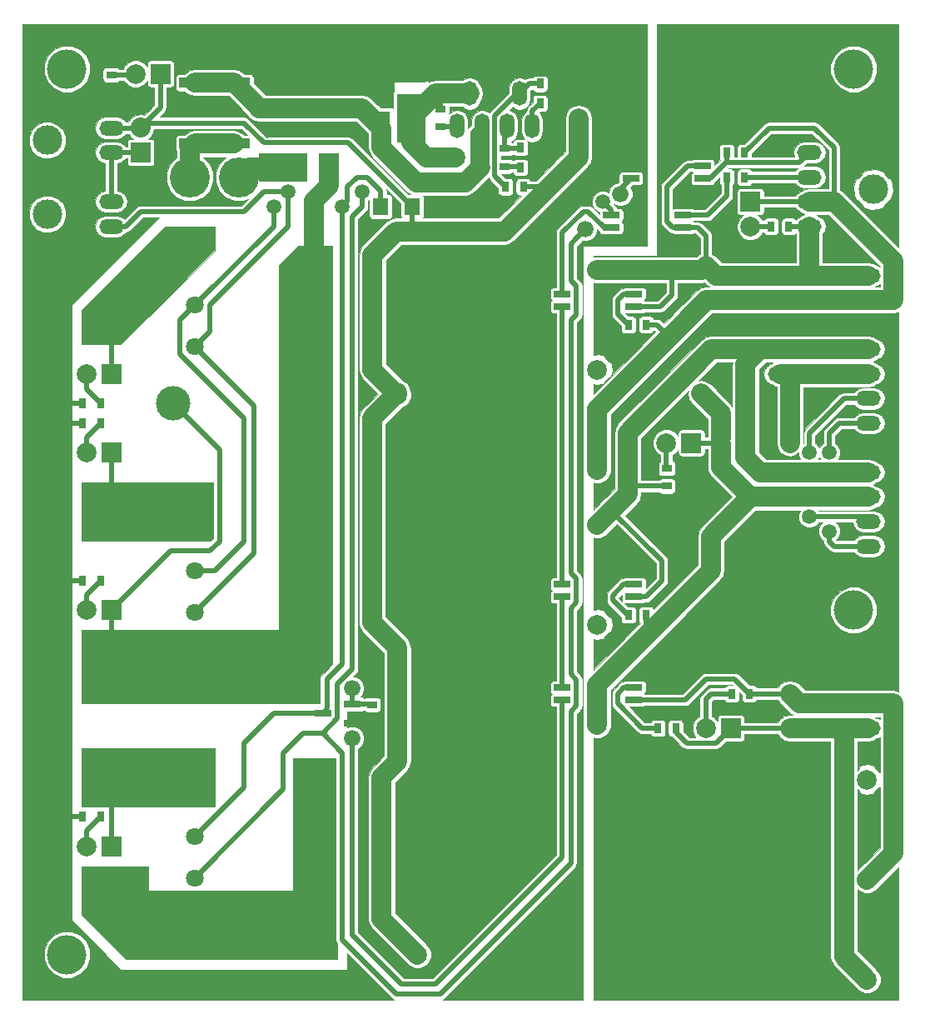
<source format=gbr>
G04 #@! TF.FileFunction,Copper,L2,Bot,Signal*
%FSLAX46Y46*%
G04 Gerber Fmt 4.6, Leading zero omitted, Abs format (unit mm)*
G04 Created by KiCad (PCBNEW 4.0.4-stable) date 11/12/16 18:43:52*
%MOMM*%
%LPD*%
G01*
G04 APERTURE LIST*
%ADD10C,0.100000*%
%ADD11C,2.000000*%
%ADD12C,3.500000*%
%ADD13C,1.800000*%
%ADD14O,2.500000X1.500000*%
%ADD15C,3.000000*%
%ADD16R,1.800000X1.600000*%
%ADD17R,0.800000X1.000000*%
%ADD18R,1.300000X1.300000*%
%ADD19C,1.300000*%
%ADD20R,2.000000X2.000000*%
%ADD21C,4.064000*%
%ADD22R,2.032000X2.032000*%
%ADD23O,2.032000X2.032000*%
%ADD24R,1.000000X0.800000*%
%ADD25R,3.200000X1.000000*%
%ADD26R,1.800860X0.800100*%
%ADD27C,1.676400*%
%ADD28R,2.000000X3.000000*%
%ADD29R,5.000000X3.000000*%
%ADD30O,1.501140X2.499360*%
%ADD31R,1.700000X0.650000*%
%ADD32R,3.000000X2.000000*%
%ADD33R,3.000000X5.000000*%
%ADD34C,1.998980*%
%ADD35R,1.600000X1.800000*%
%ADD36C,4.000000*%
%ADD37C,1.500000*%
%ADD38C,0.500000*%
%ADD39C,2.000000*%
%ADD40C,0.250000*%
%ADD41C,1.000000*%
%ADD42C,0.026000*%
G04 APERTURE END LIST*
D10*
D11*
X40640000Y-94996000D03*
X40640000Y-89916000D03*
X40640000Y-79756000D03*
X86360000Y-77216000D03*
X86360000Y-87376000D03*
X86360000Y-97536000D03*
D12*
X18000000Y-50000000D03*
D13*
X18000000Y-60200000D03*
X18000000Y-56000000D03*
D12*
X15800000Y-66000000D03*
X30100000Y-52300000D03*
X30100000Y-63300000D03*
D11*
X38608000Y-38100000D03*
X38608000Y-33020000D03*
X38608000Y-25400000D03*
X58928000Y-25400000D03*
X58928000Y-35560000D03*
X58928000Y-45720000D03*
D12*
X18000000Y-23000000D03*
D13*
X18000000Y-33200000D03*
X18000000Y-29000000D03*
D12*
X15800000Y-39000000D03*
X30100000Y-25300000D03*
X30100000Y-36300000D03*
D14*
X9500000Y-11000000D03*
X9500000Y-13500000D03*
D15*
X3000000Y-12250000D03*
D16*
X37000000Y-10100000D03*
X37000000Y-6900000D03*
D17*
X54900000Y-8500000D03*
X53100000Y-8500000D03*
D18*
X57000000Y-10000000D03*
D19*
X62000000Y-10000000D03*
D20*
X14500000Y-5500000D03*
D11*
X11960000Y-5500000D03*
D20*
X74500000Y-18500000D03*
D11*
X74500000Y-21040000D03*
D20*
X68500000Y-43000000D03*
D11*
X65960000Y-43000000D03*
D20*
X9500000Y-36000000D03*
D11*
X6960000Y-36000000D03*
D20*
X9500000Y-60000000D03*
D11*
X6960000Y-60000000D03*
D20*
X9500000Y-44000000D03*
D11*
X6960000Y-44000000D03*
D20*
X72500000Y-72000000D03*
D11*
X69960000Y-72000000D03*
X38608000Y-64008000D03*
X38608000Y-58928000D03*
X38608000Y-51308000D03*
X58928000Y-51308000D03*
X58928000Y-61468000D03*
X58928000Y-71628000D03*
D21*
X8500000Y-31000000D03*
D14*
X9500000Y-18500000D03*
X9500000Y-21000000D03*
D15*
X3000000Y-19750000D03*
D21*
X3500000Y-50000000D03*
X22500000Y-16000000D03*
X17500000Y-16000000D03*
D22*
X12500000Y-13500000D03*
D23*
X12500000Y-10960000D03*
D21*
X8500000Y-50000000D03*
X3500000Y-31000000D03*
X8500000Y-66000000D03*
X3500000Y-66000000D03*
D24*
X9500000Y-5600000D03*
X9500000Y-7400000D03*
D25*
X22000000Y-6400000D03*
X22000000Y-12600000D03*
D17*
X63900000Y-60500000D03*
X62100000Y-60500000D03*
X76600000Y-21000000D03*
X78400000Y-21000000D03*
D24*
X66000000Y-45600000D03*
X66000000Y-47400000D03*
D17*
X63900000Y-31000000D03*
X62100000Y-31000000D03*
D24*
X36000000Y-69600000D03*
X36000000Y-71400000D03*
D25*
X18000000Y-6400000D03*
X18000000Y-12600000D03*
D17*
X8400000Y-39000000D03*
X6600000Y-39000000D03*
X8400000Y-57000000D03*
X6600000Y-57000000D03*
X8400000Y-41000000D03*
X6600000Y-41000000D03*
X66900000Y-72000000D03*
X65100000Y-72000000D03*
X73900000Y-16000000D03*
X72100000Y-16000000D03*
X72600000Y-68500000D03*
X74400000Y-68500000D03*
D19*
X78500000Y-68500000D03*
D18*
X78500000Y-72000000D03*
D19*
X70000000Y-25000000D03*
D18*
X70000000Y-28500000D03*
D19*
X69500000Y-34500000D03*
D18*
X69500000Y-38000000D03*
X24500000Y-9000000D03*
D19*
X24500000Y-4000000D03*
D18*
X35000000Y-9000000D03*
D19*
X35000000Y-4000000D03*
D14*
X86500000Y-53500000D03*
X86500000Y-51000000D03*
X86500000Y-48500000D03*
X86500000Y-46000000D03*
X86500000Y-41000000D03*
X86500000Y-38500000D03*
X86500000Y-36000000D03*
X86500000Y-33500000D03*
X77500000Y-28500000D03*
X77500000Y-26000000D03*
X86500000Y-72000000D03*
X86500000Y-69500000D03*
D20*
X9500000Y-84000000D03*
D11*
X6960000Y-84000000D03*
D21*
X8500000Y-77000000D03*
X3500000Y-77000000D03*
X8500000Y-89000000D03*
X3500000Y-89000000D03*
D17*
X8400000Y-81000000D03*
X6600000Y-81000000D03*
D12*
X18000000Y-77000000D03*
D13*
X18000000Y-87200000D03*
X18000000Y-83000000D03*
D12*
X15800000Y-93000000D03*
X30100000Y-79300000D03*
X30100000Y-90300000D03*
D14*
X80500000Y-21000000D03*
X80500000Y-18500000D03*
X80500000Y-16000000D03*
X80500000Y-13500000D03*
D15*
X87000000Y-17250000D03*
D26*
X34001140Y-69550000D03*
X34001140Y-71450000D03*
X30998860Y-70500000D03*
D27*
X34000000Y-73040000D03*
X34000000Y-67960000D03*
D28*
X31600000Y-15000000D03*
D29*
X27000000Y-15000000D03*
D14*
X77500000Y-36000000D03*
X77500000Y-33500000D03*
X86500000Y-28500000D03*
X86500000Y-26000000D03*
D17*
X49600000Y-17000000D03*
X51400000Y-17000000D03*
X54900000Y-6500000D03*
X53100000Y-6500000D03*
D24*
X43000000Y-9100000D03*
X43000000Y-10900000D03*
D17*
X51100000Y-13000000D03*
X52900000Y-13000000D03*
X51100000Y-15000000D03*
X52900000Y-15000000D03*
D30*
X48500000Y-7500000D03*
X45960000Y-7500000D03*
X51040000Y-7500000D03*
X44690000Y-10800000D03*
X47230000Y-10800000D03*
X49770000Y-10800000D03*
X52310000Y-10800000D03*
D31*
X62650000Y-27865000D03*
X62650000Y-29135000D03*
X55350000Y-29135000D03*
X55350000Y-27865000D03*
X62650000Y-57365000D03*
X62650000Y-58635000D03*
X55350000Y-58635000D03*
X55350000Y-57365000D03*
X62650000Y-67865000D03*
X62650000Y-69135000D03*
X55350000Y-69135000D03*
X55350000Y-67865000D03*
X67650000Y-19865000D03*
X67650000Y-21135000D03*
X60350000Y-21135000D03*
X60350000Y-19865000D03*
X62350000Y-16135000D03*
X62350000Y-14865000D03*
X69650000Y-14865000D03*
X69650000Y-16135000D03*
D24*
X49500000Y-13100000D03*
X49500000Y-14900000D03*
D32*
X40000000Y-5400000D03*
D33*
X40000000Y-10000000D03*
D17*
X72100000Y-13500000D03*
X73900000Y-13500000D03*
D34*
X44500000Y-14000000D03*
X44500000Y-21500000D03*
D27*
X57703949Y-21296051D03*
X61296051Y-17703949D03*
D35*
X40100000Y-19000000D03*
X36900000Y-19000000D03*
D36*
X85000000Y-60000000D03*
X85000000Y-5000000D03*
X5000000Y-95000000D03*
X5000000Y-5000000D03*
D37*
X59500000Y-18500000D03*
X56000000Y-15000000D03*
X27500000Y-17500000D03*
X35000000Y-17500000D03*
X80500000Y-44000000D03*
X80500000Y-50500000D03*
X82500000Y-44000000D03*
X82500000Y-52000000D03*
X33000000Y-19000000D03*
X26000000Y-19000000D03*
X78500000Y-48500000D03*
X78500000Y-43000000D03*
D38*
X3500000Y-31000000D02*
X3500000Y-26500000D01*
X7500000Y-22500000D02*
X7500000Y-9400000D01*
X3500000Y-26500000D02*
X7500000Y-22500000D01*
X9500000Y-7400000D02*
X7500000Y-9400000D01*
D39*
X35000000Y-4000000D02*
X36400000Y-5400000D01*
X36400000Y-5400000D02*
X40000000Y-5400000D01*
X24500000Y-4000000D02*
X35000000Y-4000000D01*
D38*
X40640000Y-89916000D02*
X41416000Y-89916000D01*
X62350000Y-14865000D02*
X59500000Y-14865000D01*
X59500000Y-14865000D02*
X59500000Y-15000000D01*
X36000000Y-71400000D02*
X36000000Y-73500000D01*
X35000000Y-92500000D02*
X36000000Y-93500000D01*
X35000000Y-74500000D02*
X35000000Y-92500000D01*
X36000000Y-73500000D02*
X35000000Y-74500000D01*
D39*
X62000000Y-10000000D02*
X59500000Y-10000000D01*
X59500000Y-15000000D02*
X59500000Y-10000000D01*
X59500000Y-10000000D02*
X59500000Y-7500000D01*
X40000000Y-5400000D02*
X40900000Y-4500000D01*
X40900000Y-4500000D02*
X47500000Y-4500000D01*
X59500000Y-7500000D02*
X56500000Y-4500000D01*
X56500000Y-4500000D02*
X47500000Y-4500000D01*
D38*
X53900000Y-5500000D02*
X50500000Y-5500000D01*
X50500000Y-5500000D02*
X48500000Y-7500000D01*
X54900000Y-6500000D02*
X53900000Y-5500000D01*
D39*
X48500000Y-5500000D02*
X48500000Y-7500000D01*
X47500000Y-4500000D02*
X48500000Y-5500000D01*
D38*
X52900000Y-15000000D02*
X52900000Y-13000000D01*
X52900000Y-13000000D02*
X54900000Y-11000000D01*
X54900000Y-11000000D02*
X54900000Y-8500000D01*
D39*
X38608000Y-25400000D02*
X49100000Y-25400000D01*
D38*
X54900000Y-8500000D02*
X54900000Y-6500000D01*
X42500000Y-91776000D02*
X40640000Y-89916000D01*
X42500000Y-96000000D02*
X42500000Y-91776000D01*
X41500000Y-97000000D02*
X42500000Y-96000000D01*
X39500000Y-97000000D02*
X41500000Y-97000000D01*
X36000000Y-93500000D02*
X39500000Y-97000000D01*
D39*
X40640000Y-79756000D02*
X41500000Y-78896000D01*
X41500000Y-61820000D02*
X38608000Y-58928000D01*
X41500000Y-78896000D02*
X41500000Y-61820000D01*
X40640000Y-89916000D02*
X40640000Y-79756000D01*
X38608000Y-51308000D02*
X41148000Y-48768000D01*
X41148000Y-48768000D02*
X41148000Y-35372000D01*
D38*
X3500000Y-39000000D02*
X3500000Y-31000000D01*
X6600000Y-39000000D02*
X3500000Y-39000000D01*
X3500000Y-39000000D02*
X3500000Y-41000000D01*
D39*
X38608000Y-32832000D02*
X38608000Y-25212000D01*
X41148000Y-35372000D02*
X38608000Y-32832000D01*
X38608000Y-58740000D02*
X38608000Y-51120000D01*
D38*
X34001140Y-71450000D02*
X35950000Y-71450000D01*
X35950000Y-71450000D02*
X36000000Y-71400000D01*
X3500000Y-66000000D02*
X3500000Y-77000000D01*
X3500000Y-66000000D02*
X3500000Y-57000000D01*
X6600000Y-57000000D02*
X3500000Y-57000000D01*
X3500000Y-57000000D02*
X3500000Y-50000000D01*
X3500000Y-50000000D02*
X3500000Y-41000000D01*
X3500000Y-41000000D02*
X6600000Y-41000000D01*
X3500000Y-81000000D02*
X3500000Y-89000000D01*
X6600000Y-81000000D02*
X3500000Y-81000000D01*
X3500000Y-81000000D02*
X3500000Y-77000000D01*
D39*
X49100000Y-25400000D02*
X59000000Y-15500000D01*
X59000000Y-15500000D02*
X59500000Y-15000000D01*
X30100000Y-25300000D02*
X30100000Y-18400000D01*
X31600000Y-16900000D02*
X31600000Y-15000000D01*
X30100000Y-18400000D02*
X31600000Y-16900000D01*
D38*
X20500000Y-48500000D02*
X20500000Y-53000000D01*
X20500000Y-43700000D02*
X20500000Y-48500000D01*
X15800000Y-39000000D02*
X20500000Y-43700000D01*
X15500000Y-54000000D02*
X9500000Y-60000000D01*
X19500000Y-54000000D02*
X15500000Y-54000000D01*
X20500000Y-53000000D02*
X19500000Y-54000000D01*
X9500000Y-60000000D02*
X9500000Y-65000000D01*
X9500000Y-65000000D02*
X8500000Y-66000000D01*
D40*
X37000000Y-10100000D02*
X37000000Y-11000000D01*
X37000000Y-11000000D02*
X37000000Y-12000000D01*
X37000000Y-12000000D02*
X37000000Y-11000000D01*
D39*
X45500000Y-16500000D02*
X47000000Y-15000000D01*
D41*
X46500000Y-15500000D02*
X45500000Y-16500000D01*
X47230000Y-10800000D02*
X46500000Y-11530000D01*
X46500000Y-11530000D02*
X46500000Y-15500000D01*
X47230000Y-10800000D02*
X47500000Y-11070000D01*
X47500000Y-11070000D02*
X47500000Y-14500000D01*
X47500000Y-14500000D02*
X46500000Y-15500000D01*
X47230000Y-10800000D02*
X47000000Y-11030000D01*
D39*
X35000000Y-9000000D02*
X37000000Y-11000000D01*
X37000000Y-11000000D02*
X37000000Y-11000000D01*
X37000000Y-11000000D02*
X37000000Y-13000000D01*
X37000000Y-13000000D02*
X40500000Y-16500000D01*
X40500000Y-16500000D02*
X45500000Y-16500000D01*
X22000000Y-6400000D02*
X24500000Y-8900000D01*
X24500000Y-8900000D02*
X24500000Y-9000000D01*
X18000000Y-6400000D02*
X22000000Y-6400000D01*
X35000000Y-9000000D02*
X24500000Y-9000000D01*
D38*
X53100000Y-8500000D02*
X52310000Y-9290000D01*
X52310000Y-9290000D02*
X52310000Y-10800000D01*
X63900000Y-31000000D02*
X65000000Y-31000000D01*
X65000000Y-31000000D02*
X66250000Y-32250000D01*
X73900000Y-13500000D02*
X76400000Y-11000000D01*
X83000000Y-13000000D02*
X83000000Y-18500000D01*
X81000000Y-11000000D02*
X83000000Y-13000000D01*
X76400000Y-11000000D02*
X81000000Y-11000000D01*
X74500000Y-18500000D02*
X80500000Y-18500000D01*
D39*
X58928000Y-45720000D02*
X58928000Y-39572000D01*
X58928000Y-39572000D02*
X66250000Y-32250000D01*
X66250000Y-32250000D02*
X68000000Y-30500000D01*
X68000000Y-30500000D02*
X70000000Y-28500000D01*
X77500000Y-28500000D02*
X70000000Y-28500000D01*
X80500000Y-18500000D02*
X83000000Y-18500000D01*
X83000000Y-18500000D02*
X89000000Y-24500000D01*
X86500000Y-28500000D02*
X89000000Y-28500000D01*
X89000000Y-28500000D02*
X89000000Y-24500000D01*
X86500000Y-28500000D02*
X77500000Y-28500000D01*
D38*
X11960000Y-5500000D02*
X11860000Y-5600000D01*
X11860000Y-5600000D02*
X9500000Y-5600000D01*
X76600000Y-21000000D02*
X74540000Y-21000000D01*
X74540000Y-21000000D02*
X74500000Y-21040000D01*
X65960000Y-43000000D02*
X65960000Y-45560000D01*
X65960000Y-45560000D02*
X66000000Y-45600000D01*
X62100000Y-60500000D02*
X62000000Y-60500000D01*
X62000000Y-60500000D02*
X60500000Y-59000000D01*
X60500000Y-59000000D02*
X60500000Y-58500000D01*
X60500000Y-58500000D02*
X61635000Y-57365000D01*
X61635000Y-57365000D02*
X62650000Y-57365000D01*
D39*
X22500000Y-16000000D02*
X23500000Y-15000000D01*
X23500000Y-15000000D02*
X27000000Y-15000000D01*
D38*
X8500000Y-31000000D02*
X9500000Y-32000000D01*
X9500000Y-32000000D02*
X9500000Y-36000000D01*
X6960000Y-36000000D02*
X6960000Y-37560000D01*
X6960000Y-37560000D02*
X8400000Y-39000000D01*
X6960000Y-60000000D02*
X6960000Y-58440000D01*
X6960000Y-58440000D02*
X8400000Y-57000000D01*
D39*
X17500000Y-16000000D02*
X17500000Y-13100000D01*
X17500000Y-13100000D02*
X18000000Y-12600000D01*
X18000000Y-12600000D02*
X22000000Y-12600000D01*
D38*
X23000000Y-10500000D02*
X25000000Y-12500000D01*
X40100000Y-19000000D02*
X33600000Y-12500000D01*
X23000000Y-10500000D02*
X12960000Y-10500000D01*
X25000000Y-12500000D02*
X33600000Y-12500000D01*
X12500000Y-10960000D02*
X14500000Y-8960000D01*
X14500000Y-8960000D02*
X14500000Y-5500000D01*
X12500000Y-10960000D02*
X12960000Y-10500000D01*
X13040000Y-10960000D02*
X12500000Y-10960000D01*
X40100000Y-19000000D02*
X40100000Y-21500000D01*
X40000000Y-21000000D02*
X40000000Y-21500000D01*
X40000000Y-21400000D02*
X40000000Y-21000000D01*
X40100000Y-21500000D02*
X40000000Y-21400000D01*
X60350000Y-19865000D02*
X60350000Y-19350000D01*
X60350000Y-19350000D02*
X59500000Y-18500000D01*
D39*
X38608000Y-64008000D02*
X38608000Y-75392000D01*
X37000000Y-91356000D02*
X40640000Y-94996000D01*
X37000000Y-77000000D02*
X37000000Y-91356000D01*
X38608000Y-75392000D02*
X37000000Y-77000000D01*
X49500000Y-21500000D02*
X44500000Y-21500000D01*
X54500000Y-16500000D02*
X49500000Y-21500000D01*
D38*
X51400000Y-17000000D02*
X54000000Y-17000000D01*
D39*
X57000000Y-14000000D02*
X56000000Y-15000000D01*
X57000000Y-10000000D02*
X57000000Y-14000000D01*
X56000000Y-15000000D02*
X54500000Y-16500000D01*
D38*
X54000000Y-17000000D02*
X54500000Y-17000000D01*
X54500000Y-17000000D02*
X54500000Y-16500000D01*
D39*
X38608000Y-38100000D02*
X36068000Y-35560000D01*
X36068000Y-35560000D02*
X36068000Y-23876000D01*
X36068000Y-23876000D02*
X38444000Y-21500000D01*
X38444000Y-21500000D02*
X40000000Y-21500000D01*
X40000000Y-21500000D02*
X44500000Y-21500000D01*
D38*
X9500000Y-11000000D02*
X12460000Y-11000000D01*
X12460000Y-11000000D02*
X12500000Y-10960000D01*
D39*
X38608000Y-63820000D02*
X36000000Y-61212000D01*
X36000000Y-40520000D02*
X38608000Y-37912000D01*
X36000000Y-61212000D02*
X36000000Y-40520000D01*
D38*
X67650000Y-21135000D02*
X66635000Y-21135000D01*
X68135000Y-14865000D02*
X69650000Y-14865000D01*
X66000000Y-17000000D02*
X68135000Y-14865000D01*
X66000000Y-20500000D02*
X66000000Y-17000000D01*
X66635000Y-21135000D02*
X66000000Y-20500000D01*
X67650000Y-21135000D02*
X69135000Y-21135000D01*
X70000000Y-22000000D02*
X70000000Y-25000000D01*
X69135000Y-21135000D02*
X70000000Y-22000000D01*
X62650000Y-29135000D02*
X65365000Y-29135000D01*
X66500000Y-28000000D02*
X66500000Y-25400000D01*
X65365000Y-29135000D02*
X66500000Y-28000000D01*
X69650000Y-24650000D02*
X70000000Y-25000000D01*
X78400000Y-21000000D02*
X80500000Y-21000000D01*
D39*
X70000000Y-25000000D02*
X71000000Y-26000000D01*
X71000000Y-26000000D02*
X77500000Y-26000000D01*
X70000000Y-25000000D02*
X69600000Y-25400000D01*
X69600000Y-25400000D02*
X66500000Y-25400000D01*
X66500000Y-25400000D02*
X66000000Y-25400000D01*
X66000000Y-25400000D02*
X58928000Y-25400000D01*
X80500000Y-21000000D02*
X80500000Y-26000000D01*
X77500000Y-26000000D02*
X80500000Y-26000000D01*
X80500000Y-26000000D02*
X86500000Y-26000000D01*
D38*
X62650000Y-27865000D02*
X61635000Y-27865000D01*
X61000000Y-29900000D02*
X62100000Y-31000000D01*
X61000000Y-28500000D02*
X61000000Y-29900000D01*
X61635000Y-27865000D02*
X61000000Y-28500000D01*
X55350000Y-57365000D02*
X55350000Y-29135000D01*
X34000000Y-67960000D02*
X34000000Y-69548860D01*
X34000000Y-69548860D02*
X34001140Y-69550000D01*
X34001140Y-69550000D02*
X35950000Y-69550000D01*
X35950000Y-69550000D02*
X36000000Y-69600000D01*
X8500000Y-50000000D02*
X9500000Y-49000000D01*
X9500000Y-49000000D02*
X9500000Y-44000000D01*
X6960000Y-44000000D02*
X6960000Y-42440000D01*
X6960000Y-42440000D02*
X8400000Y-41000000D01*
X72600000Y-68500000D02*
X70500000Y-68500000D01*
X69960000Y-69040000D02*
X69960000Y-72000000D01*
X70500000Y-68500000D02*
X69960000Y-69040000D01*
X65100000Y-72000000D02*
X63500000Y-72000000D01*
X61635000Y-67865000D02*
X62650000Y-67865000D01*
X61000000Y-68500000D02*
X61635000Y-67865000D01*
X61000000Y-69500000D02*
X61000000Y-68500000D01*
X63500000Y-72000000D02*
X61000000Y-69500000D01*
X67650000Y-19865000D02*
X70135000Y-19865000D01*
X72100000Y-17900000D02*
X72100000Y-16000000D01*
X70135000Y-19865000D02*
X72100000Y-17900000D01*
X68235000Y-19865000D02*
X67650000Y-19865000D01*
X9500000Y-21000000D02*
X11000000Y-21000000D01*
X11000000Y-21000000D02*
X12500000Y-19500000D01*
X35000000Y-17500000D02*
X35000000Y-19000000D01*
X35000000Y-19000000D02*
X34000000Y-20000000D01*
X25000000Y-17500000D02*
X27500000Y-17500000D01*
X23000000Y-19500000D02*
X25000000Y-17500000D01*
X12500000Y-19500000D02*
X23000000Y-19500000D01*
X56800000Y-69750000D02*
X56250000Y-70300000D01*
X56250000Y-70300000D02*
X56250000Y-85750000D01*
X56800000Y-59250000D02*
X56250000Y-59800000D01*
X56250000Y-66500000D02*
X56800000Y-67050000D01*
X56250000Y-59800000D02*
X56250000Y-66500000D01*
X56800000Y-30000000D02*
X56250000Y-30550000D01*
X56250000Y-56250000D02*
X56800000Y-56800000D01*
X56250000Y-30550000D02*
X56250000Y-56250000D01*
X56800000Y-22250000D02*
X56250000Y-22800000D01*
X56250000Y-26500000D02*
X56800000Y-27050000D01*
X56250000Y-22800000D02*
X56250000Y-26500000D01*
X56800000Y-22200000D02*
X56800000Y-22250000D01*
X56800000Y-27050000D02*
X56800000Y-30000000D01*
X56800000Y-56800000D02*
X56800000Y-59250000D01*
X56800000Y-67050000D02*
X56800000Y-69750000D01*
X56800000Y-22200000D02*
X57703949Y-21296051D01*
X27500000Y-17500000D02*
X27500000Y-21000000D01*
X19500000Y-29000000D02*
X19500000Y-31700000D01*
X27500000Y-21000000D02*
X19500000Y-29000000D01*
X19500000Y-31700000D02*
X18000000Y-33200000D01*
X27000000Y-78200000D02*
X18000000Y-87200000D01*
X27000000Y-78200000D02*
X27000000Y-74500000D01*
X18000000Y-60200000D02*
X24000000Y-54200000D01*
X24000000Y-39200000D02*
X18000000Y-33200000D01*
X24000000Y-54200000D02*
X24000000Y-39200000D01*
X27000000Y-74500000D02*
X29000000Y-72500000D01*
X56250000Y-85750000D02*
X43000000Y-99000000D01*
X43000000Y-99000000D02*
X38500000Y-99000000D01*
X38500000Y-99000000D02*
X33000000Y-93500000D01*
X33000000Y-93500000D02*
X33000000Y-74500000D01*
X31000000Y-72500000D02*
X33000000Y-74500000D01*
X34000000Y-20000000D02*
X34000000Y-66000000D01*
X31000000Y-72500000D02*
X32500000Y-71000000D01*
X32500000Y-71000000D02*
X32500000Y-69000000D01*
X32500000Y-69000000D02*
X32500000Y-67500000D01*
X32500000Y-67500000D02*
X34000000Y-66000000D01*
X29000000Y-72500000D02*
X31000000Y-72500000D01*
X86500000Y-51000000D02*
X86000000Y-50500000D01*
X86000000Y-50500000D02*
X80500000Y-50500000D01*
X84000000Y-38500000D02*
X86500000Y-38500000D01*
X80500000Y-42000000D02*
X84000000Y-38500000D01*
X80500000Y-44000000D02*
X80500000Y-42000000D01*
X86500000Y-38500000D02*
X86000000Y-38500000D01*
X86500000Y-53500000D02*
X83000000Y-53500000D01*
X83500000Y-41000000D02*
X86500000Y-41000000D01*
X82500000Y-42000000D02*
X83500000Y-41000000D01*
X82500000Y-44000000D02*
X82500000Y-42000000D01*
X82500000Y-53000000D02*
X82500000Y-52000000D01*
X83000000Y-53500000D02*
X82500000Y-53000000D01*
X86500000Y-41000000D02*
X85500000Y-41000000D01*
X33000000Y-19000000D02*
X33500000Y-18500000D01*
X36900000Y-17400000D02*
X36900000Y-19000000D01*
X35500000Y-16000000D02*
X36900000Y-17400000D01*
X34500000Y-16000000D02*
X35500000Y-16000000D01*
X33500000Y-17000000D02*
X34500000Y-16000000D01*
X33500000Y-18500000D02*
X33500000Y-17000000D01*
X30998860Y-70500000D02*
X31500000Y-69998860D01*
X31500000Y-69998860D02*
X31500000Y-67000000D01*
X18000000Y-56000000D02*
X20000000Y-56000000D01*
X23000000Y-53000000D02*
X23000000Y-51000000D01*
X20000000Y-56000000D02*
X23000000Y-53000000D01*
X26000000Y-19000000D02*
X26000000Y-21000000D01*
X26000000Y-21000000D02*
X18000000Y-29000000D01*
X31500000Y-67000000D02*
X33000000Y-65500000D01*
X33000000Y-65500000D02*
X33000000Y-19000000D01*
X18000000Y-83000000D02*
X23000000Y-78000000D01*
X26000000Y-70500000D02*
X30998860Y-70500000D01*
X23000000Y-73500000D02*
X26000000Y-70500000D01*
X23000000Y-78000000D02*
X23000000Y-73500000D01*
X23000000Y-51000000D02*
X23000000Y-40500000D01*
X23000000Y-40500000D02*
X16500000Y-34000000D01*
X16500000Y-34000000D02*
X16500000Y-30500000D01*
X16500000Y-30500000D02*
X18000000Y-29000000D01*
X60350000Y-21135000D02*
X59635000Y-21135000D01*
X59635000Y-21135000D02*
X58000000Y-19500000D01*
X58000000Y-19500000D02*
X57500000Y-19500000D01*
X57500000Y-19500000D02*
X55350000Y-21650000D01*
X55350000Y-21650000D02*
X55350000Y-27865000D01*
X62650000Y-69135000D02*
X67865000Y-69135000D01*
X72900000Y-67000000D02*
X74400000Y-68500000D01*
X70000000Y-67000000D02*
X72900000Y-67000000D01*
X67865000Y-69135000D02*
X70000000Y-67000000D01*
X78500000Y-68500000D02*
X74400000Y-68500000D01*
D39*
X86500000Y-69500000D02*
X79500000Y-69500000D01*
X79500000Y-69500000D02*
X78500000Y-68500000D01*
X89000000Y-82704000D02*
X89000000Y-84736000D01*
X89000000Y-82704000D02*
X89000000Y-69500000D01*
X86500000Y-69500000D02*
X89000000Y-69500000D01*
X89000000Y-84736000D02*
X86360000Y-87376000D01*
D38*
X66900000Y-72000000D02*
X66900000Y-72400000D01*
X66900000Y-72400000D02*
X68000000Y-73500000D01*
X68000000Y-73500000D02*
X71000000Y-73500000D01*
X71000000Y-73500000D02*
X72500000Y-72000000D01*
X72500000Y-72000000D02*
X78500000Y-72000000D01*
D39*
X78500000Y-72000000D02*
X84000000Y-72000000D01*
X86360000Y-97536000D02*
X84000000Y-95176000D01*
X84000000Y-95176000D02*
X84000000Y-72000000D01*
X84000000Y-72000000D02*
X86500000Y-72000000D01*
D38*
X62650000Y-58635000D02*
X63865000Y-58635000D01*
X65500000Y-55000000D02*
X60368000Y-49868000D01*
X65500000Y-57000000D02*
X65500000Y-55000000D01*
X63865000Y-58635000D02*
X65500000Y-57000000D01*
X66000000Y-47400000D02*
X62836000Y-47400000D01*
X62836000Y-47400000D02*
X62000000Y-48236000D01*
D39*
X69500000Y-34500000D02*
X70500000Y-33500000D01*
X70500000Y-33500000D02*
X77500000Y-33500000D01*
X58928000Y-51308000D02*
X60368000Y-49868000D01*
X60368000Y-49868000D02*
X62000000Y-48236000D01*
X62000000Y-42000000D02*
X69500000Y-34500000D01*
X62000000Y-48236000D02*
X62000000Y-42000000D01*
X86500000Y-46000000D02*
X75500000Y-46000000D01*
X75500000Y-46000000D02*
X74000000Y-44500000D01*
X74000000Y-44500000D02*
X74000000Y-35000000D01*
X74000000Y-35000000D02*
X75500000Y-33500000D01*
X75500000Y-33500000D02*
X77500000Y-33500000D01*
X86500000Y-33500000D02*
X77500000Y-33500000D01*
X78500000Y-36500000D02*
X78500000Y-43000000D01*
X78500000Y-36500000D02*
X79000000Y-36000000D01*
X77500000Y-36000000D02*
X79000000Y-36000000D01*
X79000000Y-36000000D02*
X86500000Y-36000000D01*
X78500000Y-48500000D02*
X86500000Y-48500000D01*
X71500000Y-43000000D02*
X71500000Y-45500000D01*
X71500000Y-45500000D02*
X74500000Y-48500000D01*
X74500000Y-48500000D02*
X78500000Y-48500000D01*
X70500000Y-56000000D02*
X70500000Y-52500000D01*
X64000000Y-62500000D02*
X70500000Y-56000000D01*
X70500000Y-52500000D02*
X74500000Y-48500000D01*
D41*
X74500000Y-48500000D02*
X71500000Y-45500000D01*
X71500000Y-45500000D02*
X71500000Y-42500000D01*
D38*
X68500000Y-43000000D02*
X71500000Y-43000000D01*
X71000000Y-42500000D02*
X71500000Y-42500000D01*
X71500000Y-43000000D02*
X71000000Y-42500000D01*
D39*
X69500000Y-38000000D02*
X71500000Y-40000000D01*
X71500000Y-40000000D02*
X71500000Y-42500000D01*
D38*
X63900000Y-60500000D02*
X63900000Y-62600000D01*
X64000000Y-63000000D02*
X64000000Y-62500000D01*
X64000000Y-62700000D02*
X64000000Y-63000000D01*
X63900000Y-62600000D02*
X64000000Y-62700000D01*
D39*
X58928000Y-71628000D02*
X58928000Y-67572000D01*
X58928000Y-67572000D02*
X64000000Y-62500000D01*
D38*
X9500000Y-84000000D02*
X9500000Y-78000000D01*
X9500000Y-78000000D02*
X8500000Y-77000000D01*
X6960000Y-84000000D02*
X6960000Y-82440000D01*
X6960000Y-82440000D02*
X8400000Y-81000000D01*
X72000000Y-14500000D02*
X76500000Y-14500000D01*
X79500000Y-14500000D02*
X80500000Y-13500000D01*
X76500000Y-14500000D02*
X79500000Y-14500000D01*
X69650000Y-16135000D02*
X70365000Y-16135000D01*
X70365000Y-16135000D02*
X72000000Y-14500000D01*
X72000000Y-14500000D02*
X72100000Y-14400000D01*
X72100000Y-14400000D02*
X72100000Y-13500000D01*
X55350000Y-67865000D02*
X55350000Y-58635000D01*
X34000000Y-73040000D02*
X34000000Y-93000000D01*
X34000000Y-93000000D02*
X35000000Y-94000000D01*
X55350000Y-85150000D02*
X55350000Y-69135000D01*
X42500000Y-98000000D02*
X55350000Y-85150000D01*
X39000000Y-98000000D02*
X42500000Y-98000000D01*
X35000000Y-94000000D02*
X39000000Y-98000000D01*
X73900000Y-16000000D02*
X80500000Y-16000000D01*
D39*
X42500000Y-7500000D02*
X42500000Y-7500000D01*
D38*
X43000000Y-9100000D02*
X43000000Y-7500000D01*
X43000000Y-7500000D02*
X42500000Y-8000000D01*
X42500000Y-8000000D02*
X42500000Y-7500000D01*
D39*
X45960000Y-7500000D02*
X42500000Y-7500000D01*
X42500000Y-7500000D02*
X40000000Y-10000000D01*
X40000000Y-12500000D02*
X40000000Y-10000000D01*
X44500000Y-14000000D02*
X41500000Y-14000000D01*
X41500000Y-14000000D02*
X40000000Y-12500000D01*
D38*
X43000000Y-10900000D02*
X44590000Y-10900000D01*
X44590000Y-10900000D02*
X44690000Y-10800000D01*
X49500000Y-13100000D02*
X49500000Y-11070000D01*
X49770000Y-11370000D02*
X49770000Y-10800000D01*
X49500000Y-11070000D02*
X49770000Y-10800000D01*
X50000000Y-11030000D02*
X49770000Y-10800000D01*
X49500000Y-13100000D02*
X51000000Y-13100000D01*
X51000000Y-13100000D02*
X51100000Y-13000000D01*
X49500000Y-14900000D02*
X51000000Y-14900000D01*
X51000000Y-14900000D02*
X51100000Y-15000000D01*
X48500000Y-15900000D02*
X48500000Y-9800000D01*
X48500000Y-9800000D02*
X50800000Y-7500000D01*
X50800000Y-7500000D02*
X51040000Y-7500000D01*
X51040000Y-7500000D02*
X50800000Y-7500000D01*
X52040000Y-6500000D02*
X51040000Y-7500000D01*
X49600000Y-17000000D02*
X48500000Y-15900000D01*
X53100000Y-6500000D02*
X52040000Y-6500000D01*
X61296051Y-17703949D02*
X61296051Y-17188949D01*
X61296051Y-17188949D02*
X62350000Y-16135000D01*
X9500000Y-13500000D02*
X9500000Y-18500000D01*
X9500000Y-13500000D02*
X12500000Y-13500000D01*
D42*
G36*
X63987000Y-22987000D02*
X57500000Y-22987000D01*
X57494942Y-22988024D01*
X57490681Y-22990935D01*
X57487889Y-22995275D01*
X57487000Y-23000000D01*
X57487000Y-99562000D01*
X43241077Y-99562000D01*
X43433456Y-99433456D01*
X56683457Y-86183456D01*
X56816338Y-85984585D01*
X56863000Y-85750000D01*
X56863000Y-70553912D01*
X57233456Y-70183457D01*
X57366338Y-69984585D01*
X57385749Y-69887000D01*
X57413000Y-69750000D01*
X57413000Y-67050000D01*
X57366338Y-66815415D01*
X57312329Y-66734585D01*
X57233456Y-66616543D01*
X56863000Y-66246088D01*
X56863000Y-60053912D01*
X57233456Y-59683457D01*
X57366338Y-59484585D01*
X57385749Y-59387000D01*
X57413000Y-59250000D01*
X57413000Y-56800000D01*
X57366338Y-56565415D01*
X57278303Y-56433662D01*
X57233456Y-56366543D01*
X56863000Y-55996088D01*
X56863000Y-30803912D01*
X57233456Y-30433457D01*
X57366338Y-30234585D01*
X57381363Y-30159049D01*
X57413000Y-30000000D01*
X57413000Y-27050000D01*
X57366338Y-26815415D01*
X57312329Y-26734585D01*
X57233456Y-26616543D01*
X56863000Y-26246088D01*
X56863000Y-23053912D01*
X57233456Y-22683457D01*
X57334141Y-22532771D01*
X57397479Y-22469434D01*
X57463967Y-22497042D01*
X57941834Y-22497459D01*
X58383485Y-22314973D01*
X58721683Y-21977365D01*
X58904940Y-21536033D01*
X58905170Y-21272083D01*
X59138419Y-21505332D01*
X59155201Y-21594520D01*
X59234702Y-21718068D01*
X59356006Y-21800951D01*
X59500000Y-21830111D01*
X61200000Y-21830111D01*
X61334520Y-21804799D01*
X61458068Y-21725298D01*
X61540951Y-21603994D01*
X61570111Y-21460000D01*
X61570111Y-20810000D01*
X61544799Y-20675480D01*
X61465298Y-20551932D01*
X61388956Y-20499770D01*
X61458068Y-20455298D01*
X61540951Y-20333994D01*
X61570111Y-20190000D01*
X61570111Y-19540000D01*
X61544799Y-19405480D01*
X61465298Y-19281932D01*
X61343994Y-19199049D01*
X61200000Y-19169889D01*
X60927174Y-19169889D01*
X60916338Y-19115415D01*
X60839220Y-19000000D01*
X60783457Y-18916544D01*
X60605902Y-18738989D01*
X60612806Y-18722361D01*
X60612808Y-18719751D01*
X60614737Y-18721683D01*
X61056069Y-18904940D01*
X61533936Y-18905357D01*
X61975587Y-18722871D01*
X62313785Y-18385263D01*
X62497042Y-17943931D01*
X62497459Y-17466064D01*
X62318635Y-17033277D01*
X62521801Y-16830111D01*
X63200000Y-16830111D01*
X63334520Y-16804799D01*
X63458068Y-16725298D01*
X63540951Y-16603994D01*
X63570111Y-16460000D01*
X63570111Y-15810000D01*
X63544799Y-15675480D01*
X63465298Y-15551932D01*
X63343994Y-15469049D01*
X63200000Y-15439889D01*
X61500000Y-15439889D01*
X61365480Y-15465201D01*
X61241932Y-15544702D01*
X61159049Y-15666006D01*
X61129889Y-15810000D01*
X61129889Y-16460000D01*
X61134355Y-16483733D01*
X61115497Y-16502591D01*
X61058166Y-16502541D01*
X60616515Y-16685027D01*
X60278317Y-17022635D01*
X60095060Y-17463967D01*
X60094992Y-17541924D01*
X59722361Y-17387194D01*
X59279582Y-17386807D01*
X58870360Y-17555894D01*
X58556995Y-17868713D01*
X58387194Y-18277639D01*
X58386807Y-18720418D01*
X58555894Y-19129640D01*
X58868713Y-19443005D01*
X59129889Y-19551455D01*
X59129889Y-19762977D01*
X58433456Y-19066544D01*
X58234585Y-18933662D01*
X58233549Y-18933456D01*
X58000000Y-18887000D01*
X57500000Y-18887000D01*
X57266451Y-18933456D01*
X57265415Y-18933662D01*
X57066543Y-19066544D01*
X54916544Y-21216544D01*
X54783662Y-21415415D01*
X54737000Y-21650000D01*
X54737000Y-27169889D01*
X54500000Y-27169889D01*
X54365480Y-27195201D01*
X54241932Y-27274702D01*
X54159049Y-27396006D01*
X54129889Y-27540000D01*
X54129889Y-28190000D01*
X54155201Y-28324520D01*
X54234702Y-28448068D01*
X54311044Y-28500230D01*
X54241932Y-28544702D01*
X54159049Y-28666006D01*
X54129889Y-28810000D01*
X54129889Y-29460000D01*
X54155201Y-29594520D01*
X54234702Y-29718068D01*
X54356006Y-29800951D01*
X54500000Y-29830111D01*
X54737000Y-29830111D01*
X54737000Y-56669889D01*
X54500000Y-56669889D01*
X54365480Y-56695201D01*
X54241932Y-56774702D01*
X54159049Y-56896006D01*
X54129889Y-57040000D01*
X54129889Y-57690000D01*
X54155201Y-57824520D01*
X54234702Y-57948068D01*
X54311044Y-58000230D01*
X54241932Y-58044702D01*
X54159049Y-58166006D01*
X54129889Y-58310000D01*
X54129889Y-58960000D01*
X54155201Y-59094520D01*
X54234702Y-59218068D01*
X54356006Y-59300951D01*
X54500000Y-59330111D01*
X54737000Y-59330111D01*
X54737000Y-67169889D01*
X54500000Y-67169889D01*
X54365480Y-67195201D01*
X54241932Y-67274702D01*
X54159049Y-67396006D01*
X54129889Y-67540000D01*
X54129889Y-68190000D01*
X54155201Y-68324520D01*
X54234702Y-68448068D01*
X54311044Y-68500230D01*
X54241932Y-68544702D01*
X54159049Y-68666006D01*
X54129889Y-68810000D01*
X54129889Y-69460000D01*
X54155201Y-69594520D01*
X54234702Y-69718068D01*
X54356006Y-69800951D01*
X54500000Y-69830111D01*
X54737000Y-69830111D01*
X54737000Y-84896087D01*
X42246088Y-97387000D01*
X39253913Y-97387000D01*
X35433459Y-93566547D01*
X35433457Y-93566544D01*
X34613000Y-92746088D01*
X34613000Y-74086414D01*
X34679536Y-74058922D01*
X35017734Y-73721314D01*
X35200991Y-73279982D01*
X35201408Y-72802115D01*
X35018922Y-72360464D01*
X34681314Y-72022266D01*
X34239982Y-71839009D01*
X33762115Y-71838592D01*
X33513000Y-71941524D01*
X33513000Y-70320161D01*
X34901570Y-70320161D01*
X35036090Y-70294849D01*
X35159638Y-70215348D01*
X35184138Y-70179490D01*
X35234702Y-70258068D01*
X35356006Y-70340951D01*
X35500000Y-70370111D01*
X36500000Y-70370111D01*
X36634520Y-70344799D01*
X36758068Y-70265298D01*
X36840951Y-70143994D01*
X36870111Y-70000000D01*
X36870111Y-69200000D01*
X36844799Y-69065480D01*
X36765298Y-68941932D01*
X36643994Y-68859049D01*
X36500000Y-68829889D01*
X35500000Y-68829889D01*
X35365480Y-68855201D01*
X35241932Y-68934702D01*
X35240362Y-68937000D01*
X35195901Y-68937000D01*
X35166868Y-68891882D01*
X35045564Y-68808999D01*
X34901570Y-68779839D01*
X34878967Y-68779839D01*
X35017734Y-68641314D01*
X35200991Y-68199982D01*
X35201408Y-67722115D01*
X35018922Y-67280464D01*
X34681314Y-66942266D01*
X34239982Y-66759009D01*
X34108019Y-66758894D01*
X34433456Y-66433457D01*
X34566338Y-66234585D01*
X34571427Y-66209000D01*
X34613000Y-66000000D01*
X34613000Y-20253912D01*
X35433457Y-19433456D01*
X35513113Y-19314241D01*
X35566338Y-19234585D01*
X35613000Y-19000000D01*
X35613000Y-18450982D01*
X35629640Y-18444106D01*
X35729889Y-18344032D01*
X35729889Y-19900000D01*
X35755201Y-20034520D01*
X35834702Y-20158068D01*
X35956006Y-20240951D01*
X36100000Y-20270111D01*
X37700000Y-20270111D01*
X37834520Y-20244799D01*
X37958068Y-20165298D01*
X38040951Y-20043994D01*
X38070111Y-19900000D01*
X38070111Y-18100000D01*
X38044799Y-17965480D01*
X37965298Y-17841932D01*
X37843994Y-17759049D01*
X37700000Y-17729889D01*
X37513000Y-17729889D01*
X37513000Y-17400000D01*
X37483182Y-17250095D01*
X38929889Y-18696802D01*
X38929889Y-19900000D01*
X38955201Y-20034520D01*
X39021145Y-20137000D01*
X38444000Y-20137000D01*
X37922402Y-20240752D01*
X37480213Y-20536213D01*
X37480211Y-20536216D01*
X35104213Y-22912213D01*
X34808752Y-23354402D01*
X34808752Y-23354403D01*
X34704999Y-23876000D01*
X34705000Y-23876005D01*
X34705000Y-35559995D01*
X34704999Y-35560000D01*
X34759165Y-35832307D01*
X34808752Y-36081598D01*
X34910975Y-36234585D01*
X35104213Y-36523787D01*
X36586426Y-38006000D01*
X35036213Y-39556213D01*
X34740752Y-39998402D01*
X34740752Y-39998403D01*
X34636999Y-40520000D01*
X34637000Y-40520005D01*
X34637000Y-61211995D01*
X34636999Y-61212000D01*
X34668450Y-61370111D01*
X34740752Y-61733598D01*
X35008066Y-62133662D01*
X35036213Y-62175787D01*
X37245000Y-64384574D01*
X37245000Y-74827427D01*
X36036213Y-76036213D01*
X35740752Y-76478402D01*
X35740752Y-76478403D01*
X35636999Y-77000000D01*
X35637000Y-77000005D01*
X35637000Y-91355995D01*
X35636999Y-91356000D01*
X35723538Y-91791059D01*
X35740752Y-91877598D01*
X35882855Y-92090270D01*
X36036213Y-92319787D01*
X39675373Y-95958946D01*
X39866914Y-96150822D01*
X40367693Y-96358763D01*
X40909928Y-96359236D01*
X41411069Y-96152169D01*
X41794822Y-95769086D01*
X42002763Y-95268307D01*
X42003236Y-94726072D01*
X41796169Y-94224931D01*
X41413086Y-93841178D01*
X41412513Y-93840940D01*
X38363000Y-90791426D01*
X38363000Y-77564574D01*
X39571784Y-76355789D01*
X39571787Y-76355787D01*
X39867248Y-75913598D01*
X39971000Y-75392000D01*
X39971000Y-64008616D01*
X39971236Y-63738072D01*
X39939358Y-63660921D01*
X39867248Y-63298403D01*
X39571787Y-62856213D01*
X37363000Y-60647426D01*
X37363000Y-41084574D01*
X39059265Y-39388309D01*
X39379069Y-39256169D01*
X39762822Y-38873086D01*
X39970763Y-38372307D01*
X39971236Y-37830072D01*
X39939358Y-37752921D01*
X39867248Y-37390403D01*
X39571787Y-36948213D01*
X39129597Y-36652752D01*
X39078077Y-36642504D01*
X37431000Y-34995426D01*
X37431000Y-24440574D01*
X39008573Y-22863000D01*
X49499995Y-22863000D01*
X49500000Y-22863001D01*
X49935059Y-22776462D01*
X50021598Y-22759248D01*
X50463787Y-22463787D01*
X55463784Y-17463789D01*
X55463787Y-17463787D01*
X56963784Y-15963789D01*
X56963787Y-15963787D01*
X57963784Y-14963789D01*
X57963787Y-14963787D01*
X58259248Y-14521598D01*
X58259249Y-14521597D01*
X58363001Y-14000000D01*
X58363000Y-13999995D01*
X58363000Y-10000000D01*
X58259248Y-9478402D01*
X57963787Y-9036213D01*
X57521598Y-8740752D01*
X57000000Y-8637000D01*
X56478402Y-8740752D01*
X56036213Y-9036213D01*
X55740752Y-9478402D01*
X55637000Y-10000000D01*
X55637000Y-13435427D01*
X55036213Y-14036213D01*
X55036211Y-14036216D01*
X53536213Y-15536213D01*
X53536211Y-15536216D01*
X52685427Y-16387000D01*
X52148848Y-16387000D01*
X52144799Y-16365480D01*
X52065298Y-16241932D01*
X51943994Y-16159049D01*
X51800000Y-16129889D01*
X51000000Y-16129889D01*
X50865480Y-16155201D01*
X50741932Y-16234702D01*
X50659049Y-16356006D01*
X50629889Y-16500000D01*
X50629889Y-17500000D01*
X50655201Y-17634520D01*
X50734702Y-17758068D01*
X50856006Y-17840951D01*
X51000000Y-17870111D01*
X51202316Y-17870111D01*
X48935426Y-20137000D01*
X41177403Y-20137000D01*
X41240951Y-20043994D01*
X41270111Y-19900000D01*
X41270111Y-18100000D01*
X41244799Y-17965480D01*
X41178855Y-17863000D01*
X45499995Y-17863000D01*
X45500000Y-17863001D01*
X45935059Y-17776462D01*
X46021598Y-17759248D01*
X46463787Y-17463787D01*
X46463788Y-17463786D01*
X47910323Y-16017250D01*
X47920128Y-16066544D01*
X47933662Y-16134585D01*
X48066544Y-16333456D01*
X48829889Y-17096802D01*
X48829889Y-17500000D01*
X48855201Y-17634520D01*
X48934702Y-17758068D01*
X49056006Y-17840951D01*
X49200000Y-17870111D01*
X50000000Y-17870111D01*
X50134520Y-17844799D01*
X50258068Y-17765298D01*
X50340951Y-17643994D01*
X50370111Y-17500000D01*
X50370111Y-16500000D01*
X50344799Y-16365480D01*
X50265298Y-16241932D01*
X50143994Y-16159049D01*
X50000000Y-16129889D01*
X49596802Y-16129889D01*
X49137023Y-15670111D01*
X50000000Y-15670111D01*
X50134520Y-15644799D01*
X50258068Y-15565298D01*
X50293801Y-15513000D01*
X50332335Y-15513000D01*
X50355201Y-15634520D01*
X50434702Y-15758068D01*
X50556006Y-15840951D01*
X50700000Y-15870111D01*
X51500000Y-15870111D01*
X51634520Y-15844799D01*
X51758068Y-15765298D01*
X51840951Y-15643994D01*
X51870111Y-15500000D01*
X51870111Y-14500000D01*
X51844799Y-14365480D01*
X51765298Y-14241932D01*
X51643994Y-14159049D01*
X51500000Y-14129889D01*
X50700000Y-14129889D01*
X50565480Y-14155201D01*
X50441932Y-14234702D01*
X50406199Y-14287000D01*
X50294298Y-14287000D01*
X50265298Y-14241932D01*
X50143994Y-14159049D01*
X50000000Y-14129889D01*
X49113000Y-14129889D01*
X49113000Y-13870111D01*
X50000000Y-13870111D01*
X50134520Y-13844799D01*
X50258068Y-13765298D01*
X50293801Y-13713000D01*
X50405702Y-13713000D01*
X50434702Y-13758068D01*
X50556006Y-13840951D01*
X50700000Y-13870111D01*
X51500000Y-13870111D01*
X51634520Y-13844799D01*
X51758068Y-13765298D01*
X51840951Y-13643994D01*
X51870111Y-13500000D01*
X51870111Y-12500000D01*
X51844799Y-12365480D01*
X51808600Y-12309225D01*
X51883855Y-12359509D01*
X52310000Y-12444274D01*
X52736145Y-12359509D01*
X53097413Y-12118117D01*
X53338805Y-11756849D01*
X53423570Y-11330704D01*
X53423570Y-10269296D01*
X53338805Y-9843151D01*
X53097413Y-9481883D01*
X53030044Y-9436868D01*
X53096801Y-9370111D01*
X53500000Y-9370111D01*
X53634520Y-9344799D01*
X53758068Y-9265298D01*
X53840951Y-9143994D01*
X53870111Y-9000000D01*
X53870111Y-8000000D01*
X53844799Y-7865480D01*
X53765298Y-7741932D01*
X53643994Y-7659049D01*
X53500000Y-7629889D01*
X52700000Y-7629889D01*
X52565480Y-7655201D01*
X52441932Y-7734702D01*
X52359049Y-7856006D01*
X52329889Y-8000000D01*
X52329889Y-8403198D01*
X51876544Y-8856544D01*
X51743662Y-9055415D01*
X51697000Y-9290000D01*
X51697000Y-9365344D01*
X51522587Y-9481883D01*
X51281195Y-9843151D01*
X51196430Y-10269296D01*
X51196430Y-11330704D01*
X51281195Y-11756849D01*
X51522587Y-12118117D01*
X51557689Y-12141572D01*
X51500000Y-12129889D01*
X50700000Y-12129889D01*
X50565480Y-12155201D01*
X50441932Y-12234702D01*
X50359049Y-12356006D01*
X50332522Y-12487000D01*
X50294298Y-12487000D01*
X50265298Y-12441932D01*
X50156274Y-12367440D01*
X50196145Y-12359509D01*
X50557413Y-12118117D01*
X50798805Y-11756849D01*
X50883570Y-11330704D01*
X50883570Y-10269296D01*
X50798805Y-9843151D01*
X50557413Y-9481883D01*
X50196145Y-9240491D01*
X49971171Y-9195741D01*
X50310260Y-8856653D01*
X50613855Y-9059509D01*
X51040000Y-9144274D01*
X51466145Y-9059509D01*
X51827413Y-8818117D01*
X52068805Y-8456849D01*
X52153570Y-8030704D01*
X52153570Y-7253343D01*
X52293913Y-7113000D01*
X52351152Y-7113000D01*
X52355201Y-7134520D01*
X52434702Y-7258068D01*
X52556006Y-7340951D01*
X52700000Y-7370111D01*
X53500000Y-7370111D01*
X53634520Y-7344799D01*
X53758068Y-7265298D01*
X53840951Y-7143994D01*
X53870111Y-7000000D01*
X53870111Y-6000000D01*
X53844799Y-5865480D01*
X53765298Y-5741932D01*
X53643994Y-5659049D01*
X53500000Y-5629889D01*
X52700000Y-5629889D01*
X52565480Y-5655201D01*
X52441932Y-5734702D01*
X52359049Y-5856006D01*
X52352772Y-5887000D01*
X52040000Y-5887000D01*
X51805415Y-5933662D01*
X51725759Y-5986887D01*
X51630670Y-6050423D01*
X51466145Y-5940491D01*
X51040000Y-5855726D01*
X50613855Y-5940491D01*
X50252587Y-6181883D01*
X50011195Y-6543151D01*
X49926430Y-6969296D01*
X49926430Y-7506657D01*
X48066544Y-9366544D01*
X47998099Y-9468978D01*
X47656145Y-9240491D01*
X47230000Y-9155726D01*
X46803855Y-9240491D01*
X46442587Y-9481883D01*
X46201195Y-9843151D01*
X46116430Y-10269296D01*
X46116430Y-10693104D01*
X45889767Y-10919767D01*
X45803570Y-11048770D01*
X45803570Y-10269296D01*
X45718805Y-9843151D01*
X45477413Y-9481883D01*
X45116145Y-9240491D01*
X44690000Y-9155726D01*
X44263855Y-9240491D01*
X43902587Y-9481883D01*
X43861252Y-9543745D01*
X43870111Y-9500000D01*
X43870111Y-8863000D01*
X45239759Y-8863000D01*
X45533855Y-9059509D01*
X45960000Y-9144274D01*
X46386145Y-9059509D01*
X46747413Y-8818117D01*
X46988805Y-8456849D01*
X47014400Y-8328176D01*
X47219248Y-8021598D01*
X47323000Y-7500000D01*
X47219248Y-6978402D01*
X47014400Y-6671824D01*
X46988805Y-6543151D01*
X46747413Y-6181883D01*
X46386145Y-5940491D01*
X45960000Y-5855726D01*
X45533855Y-5940491D01*
X45239759Y-6137000D01*
X42500005Y-6137000D01*
X42500000Y-6136999D01*
X42117926Y-6212999D01*
X41978402Y-6240752D01*
X41763000Y-6384679D01*
X41763000Y-6250000D01*
X41761976Y-6244942D01*
X41759065Y-6240681D01*
X41754725Y-6237889D01*
X41750000Y-6237000D01*
X38250000Y-6237000D01*
X38244942Y-6238024D01*
X38240681Y-6240935D01*
X38237889Y-6245275D01*
X38237000Y-6250000D01*
X38237000Y-7241920D01*
X38159049Y-7356006D01*
X38129889Y-7500000D01*
X38129889Y-9017738D01*
X38043994Y-8959049D01*
X37900000Y-8929889D01*
X36857463Y-8929889D01*
X35963787Y-8036213D01*
X35879492Y-7979889D01*
X35521598Y-7740752D01*
X35435059Y-7723538D01*
X35000000Y-7636999D01*
X34999995Y-7637000D01*
X25164573Y-7637000D01*
X23970111Y-6442537D01*
X23970111Y-5900000D01*
X23944799Y-5765480D01*
X23865298Y-5641932D01*
X23743994Y-5559049D01*
X23600000Y-5529889D01*
X23057463Y-5529889D01*
X22963787Y-5436213D01*
X22857830Y-5365415D01*
X22521598Y-5140752D01*
X22435059Y-5123538D01*
X22000000Y-5036999D01*
X21999995Y-5037000D01*
X18000000Y-5037000D01*
X17478402Y-5140752D01*
X17036213Y-5436213D01*
X16973621Y-5529889D01*
X16400000Y-5529889D01*
X16265480Y-5555201D01*
X16141932Y-5634702D01*
X16059049Y-5756006D01*
X16029889Y-5900000D01*
X16029889Y-6900000D01*
X16055201Y-7034520D01*
X16134702Y-7158068D01*
X16256006Y-7240951D01*
X16400000Y-7270111D01*
X16973621Y-7270111D01*
X17036213Y-7363787D01*
X17478402Y-7659248D01*
X18000000Y-7763000D01*
X21435426Y-7763000D01*
X23334845Y-9662418D01*
X23536213Y-9963787D01*
X23978402Y-10259248D01*
X24500000Y-10363000D01*
X34435426Y-10363000D01*
X35637000Y-11564573D01*
X35637000Y-12999995D01*
X35636999Y-13000000D01*
X35703553Y-13334585D01*
X35740752Y-13521598D01*
X36035687Y-13963000D01*
X36036213Y-13963787D01*
X39536211Y-17463784D01*
X39536213Y-17463787D01*
X39895641Y-17703949D01*
X39934463Y-17729889D01*
X39696802Y-17729889D01*
X34033456Y-12066544D01*
X33834585Y-11933662D01*
X33831257Y-11933000D01*
X33600000Y-11887000D01*
X25500000Y-11887000D01*
X25294742Y-11927829D01*
X23433456Y-10066544D01*
X23234585Y-9933662D01*
X23000000Y-9887000D01*
X14439913Y-9887000D01*
X14933456Y-9393457D01*
X15066338Y-9194585D01*
X15074012Y-9156006D01*
X15113000Y-8960000D01*
X15113000Y-6870111D01*
X15500000Y-6870111D01*
X15634520Y-6844799D01*
X15758068Y-6765298D01*
X15840951Y-6643994D01*
X15870111Y-6500000D01*
X15870111Y-4500000D01*
X15844799Y-4365480D01*
X15765298Y-4241932D01*
X15643994Y-4159049D01*
X15500000Y-4129889D01*
X13500000Y-4129889D01*
X13365480Y-4155201D01*
X13241932Y-4234702D01*
X13159049Y-4356006D01*
X13129889Y-4500000D01*
X13129889Y-4762136D01*
X13116169Y-4728931D01*
X12733086Y-4345178D01*
X12232307Y-4137237D01*
X11690072Y-4136764D01*
X11188931Y-4343831D01*
X10805178Y-4726914D01*
X10697181Y-4987000D01*
X10294298Y-4987000D01*
X10265298Y-4941932D01*
X10143994Y-4859049D01*
X10000000Y-4829889D01*
X9000000Y-4829889D01*
X8865480Y-4855201D01*
X8741932Y-4934702D01*
X8659049Y-5056006D01*
X8629889Y-5200000D01*
X8629889Y-6000000D01*
X8655201Y-6134520D01*
X8734702Y-6258068D01*
X8856006Y-6340951D01*
X9000000Y-6370111D01*
X10000000Y-6370111D01*
X10134520Y-6344799D01*
X10258068Y-6265298D01*
X10293801Y-6213000D01*
X10779837Y-6213000D01*
X10803831Y-6271069D01*
X11186914Y-6654822D01*
X11687693Y-6862763D01*
X12229928Y-6863236D01*
X12731069Y-6656169D01*
X13114822Y-6273086D01*
X13129889Y-6236801D01*
X13129889Y-6500000D01*
X13155201Y-6634520D01*
X13234702Y-6758068D01*
X13356006Y-6840951D01*
X13500000Y-6870111D01*
X13887000Y-6870111D01*
X13887000Y-8706087D01*
X12931609Y-9661479D01*
X12527016Y-9581000D01*
X12472984Y-9581000D01*
X11945264Y-9685970D01*
X11497884Y-9984900D01*
X11229209Y-10387000D01*
X10934881Y-10387000D01*
X10818611Y-10212990D01*
X10457528Y-9971722D01*
X10031601Y-9887000D01*
X8968399Y-9887000D01*
X8542472Y-9971722D01*
X8181389Y-10212990D01*
X7940121Y-10574073D01*
X7855399Y-11000000D01*
X7940121Y-11425927D01*
X8181389Y-11787010D01*
X8542472Y-12028278D01*
X8968399Y-12113000D01*
X10031601Y-12113000D01*
X10457528Y-12028278D01*
X10818611Y-11787010D01*
X10934881Y-11613000D01*
X11282663Y-11613000D01*
X11497884Y-11935100D01*
X11765460Y-12113889D01*
X11484000Y-12113889D01*
X11349480Y-12139201D01*
X11225932Y-12218702D01*
X11143049Y-12340006D01*
X11113889Y-12484000D01*
X11113889Y-12887000D01*
X10934881Y-12887000D01*
X10818611Y-12712990D01*
X10457528Y-12471722D01*
X10031601Y-12387000D01*
X8968399Y-12387000D01*
X8542472Y-12471722D01*
X8181389Y-12712990D01*
X7940121Y-13074073D01*
X7855399Y-13500000D01*
X7940121Y-13925927D01*
X8181389Y-14287010D01*
X8542472Y-14528278D01*
X8887000Y-14596809D01*
X8887000Y-17403191D01*
X8542472Y-17471722D01*
X8181389Y-17712990D01*
X7940121Y-18074073D01*
X7855399Y-18500000D01*
X7940121Y-18925927D01*
X8181389Y-19287010D01*
X8542472Y-19528278D01*
X8968399Y-19613000D01*
X10031601Y-19613000D01*
X10457528Y-19528278D01*
X10818611Y-19287010D01*
X11059879Y-18925927D01*
X11144601Y-18500000D01*
X11059879Y-18074073D01*
X10818611Y-17712990D01*
X10457528Y-17471722D01*
X10113000Y-17403191D01*
X10113000Y-14596809D01*
X10457528Y-14528278D01*
X10818611Y-14287010D01*
X10934881Y-14113000D01*
X11113889Y-14113000D01*
X11113889Y-14516000D01*
X11139201Y-14650520D01*
X11218702Y-14774068D01*
X11340006Y-14856951D01*
X11484000Y-14886111D01*
X13516000Y-14886111D01*
X13650520Y-14860799D01*
X13774068Y-14781298D01*
X13856951Y-14659994D01*
X13886111Y-14516000D01*
X13886111Y-12484000D01*
X13860799Y-12349480D01*
X13781298Y-12225932D01*
X13659994Y-12143049D01*
X13516000Y-12113889D01*
X13234540Y-12113889D01*
X13502116Y-11935100D01*
X13801046Y-11487720D01*
X13875582Y-11113000D01*
X22746088Y-11113000D01*
X23362977Y-11729889D01*
X23026379Y-11729889D01*
X22963787Y-11636213D01*
X22521598Y-11340752D01*
X22000000Y-11237000D01*
X18000005Y-11237000D01*
X18000000Y-11236999D01*
X17564941Y-11323538D01*
X17478402Y-11340752D01*
X17036213Y-11636213D01*
X17036211Y-11636216D01*
X16942538Y-11729889D01*
X16400000Y-11729889D01*
X16265480Y-11755201D01*
X16141932Y-11834702D01*
X16059049Y-11956006D01*
X16029889Y-12100000D01*
X16029889Y-13100000D01*
X16055201Y-13234520D01*
X16134702Y-13358068D01*
X16137000Y-13359638D01*
X16137000Y-13976534D01*
X15470802Y-14641570D01*
X15105416Y-15521515D01*
X15104585Y-16474305D01*
X15468434Y-17354886D01*
X16141570Y-18029198D01*
X17021515Y-18394584D01*
X17974305Y-18395415D01*
X18854886Y-18031566D01*
X19529198Y-17358430D01*
X19894584Y-16478485D01*
X19895415Y-15525695D01*
X19531566Y-14645114D01*
X18863000Y-13975380D01*
X18863000Y-13963000D01*
X21158265Y-13963000D01*
X21145114Y-13968434D01*
X20470802Y-14641570D01*
X20105416Y-15521515D01*
X20104585Y-16474305D01*
X20468434Y-17354886D01*
X21141570Y-18029198D01*
X22021515Y-18394584D01*
X22974305Y-18395415D01*
X23423119Y-18209969D01*
X22746088Y-18887000D01*
X12500000Y-18887000D01*
X12266451Y-18933456D01*
X12265415Y-18933662D01*
X12066543Y-19066544D01*
X10859261Y-20273827D01*
X10818611Y-20212990D01*
X10457528Y-19971722D01*
X10031601Y-19887000D01*
X8968399Y-19887000D01*
X8542472Y-19971722D01*
X8181389Y-20212990D01*
X7940121Y-20574073D01*
X7855399Y-21000000D01*
X7940121Y-21425927D01*
X8181389Y-21787010D01*
X8542472Y-22028278D01*
X8968399Y-22113000D01*
X10031601Y-22113000D01*
X10457528Y-22028278D01*
X10818611Y-21787010D01*
X10934881Y-21613000D01*
X11000000Y-21613000D01*
X11234585Y-21566338D01*
X11433456Y-21433456D01*
X12753913Y-20113000D01*
X14368616Y-20113000D01*
X5490808Y-28990808D01*
X5487955Y-28995108D01*
X5487000Y-29000000D01*
X5487000Y-91500000D01*
X5488024Y-91505058D01*
X5490808Y-91509192D01*
X10490808Y-96509192D01*
X10495108Y-96512045D01*
X10500000Y-96513000D01*
X33500000Y-96513000D01*
X33505058Y-96511976D01*
X33509319Y-96509065D01*
X33512111Y-96504725D01*
X33513000Y-96500000D01*
X33513000Y-94879912D01*
X38066544Y-99433457D01*
X38258923Y-99562000D01*
X438000Y-99562000D01*
X438000Y-95467968D01*
X2636591Y-95467968D01*
X2995578Y-96336783D01*
X3659720Y-97002086D01*
X4527908Y-97362589D01*
X5467968Y-97363409D01*
X6336783Y-97004422D01*
X7002086Y-96340280D01*
X7362589Y-95472092D01*
X7363409Y-94532032D01*
X7004422Y-93663217D01*
X6340280Y-92997914D01*
X5472092Y-92637411D01*
X4532032Y-92636591D01*
X3663217Y-92995578D01*
X2997914Y-93659720D01*
X2637411Y-94527908D01*
X2636591Y-95467968D01*
X438000Y-95467968D01*
X438000Y-20118948D01*
X1136678Y-20118948D01*
X1419705Y-20803926D01*
X1943318Y-21328453D01*
X2627801Y-21612676D01*
X3368948Y-21613322D01*
X4053926Y-21330295D01*
X4578453Y-20806682D01*
X4862676Y-20122199D01*
X4863322Y-19381052D01*
X4580295Y-18696074D01*
X4056682Y-18171547D01*
X3372199Y-17887324D01*
X2631052Y-17886678D01*
X1946074Y-18169705D01*
X1421547Y-18693318D01*
X1137324Y-19377801D01*
X1136678Y-20118948D01*
X438000Y-20118948D01*
X438000Y-12618948D01*
X1136678Y-12618948D01*
X1419705Y-13303926D01*
X1943318Y-13828453D01*
X2627801Y-14112676D01*
X3368948Y-14113322D01*
X4053926Y-13830295D01*
X4578453Y-13306682D01*
X4862676Y-12622199D01*
X4863322Y-11881052D01*
X4580295Y-11196074D01*
X4056682Y-10671547D01*
X3372199Y-10387324D01*
X2631052Y-10386678D01*
X1946074Y-10669705D01*
X1421547Y-11193318D01*
X1137324Y-11877801D01*
X1136678Y-12618948D01*
X438000Y-12618948D01*
X438000Y-5467968D01*
X2636591Y-5467968D01*
X2995578Y-6336783D01*
X3659720Y-7002086D01*
X4527908Y-7362589D01*
X5467968Y-7363409D01*
X6336783Y-7004422D01*
X7002086Y-6340280D01*
X7362589Y-5472092D01*
X7363409Y-4532032D01*
X7004422Y-3663217D01*
X6340280Y-2997914D01*
X5472092Y-2637411D01*
X4532032Y-2636591D01*
X3663217Y-2995578D01*
X2997914Y-3659720D01*
X2637411Y-4527908D01*
X2636591Y-5467968D01*
X438000Y-5467968D01*
X438000Y-438000D01*
X63987000Y-438000D01*
X63987000Y-22987000D01*
X63987000Y-22987000D01*
G37*
X63987000Y-22987000D02*
X57500000Y-22987000D01*
X57494942Y-22988024D01*
X57490681Y-22990935D01*
X57487889Y-22995275D01*
X57487000Y-23000000D01*
X57487000Y-99562000D01*
X43241077Y-99562000D01*
X43433456Y-99433456D01*
X56683457Y-86183456D01*
X56816338Y-85984585D01*
X56863000Y-85750000D01*
X56863000Y-70553912D01*
X57233456Y-70183457D01*
X57366338Y-69984585D01*
X57385749Y-69887000D01*
X57413000Y-69750000D01*
X57413000Y-67050000D01*
X57366338Y-66815415D01*
X57312329Y-66734585D01*
X57233456Y-66616543D01*
X56863000Y-66246088D01*
X56863000Y-60053912D01*
X57233456Y-59683457D01*
X57366338Y-59484585D01*
X57385749Y-59387000D01*
X57413000Y-59250000D01*
X57413000Y-56800000D01*
X57366338Y-56565415D01*
X57278303Y-56433662D01*
X57233456Y-56366543D01*
X56863000Y-55996088D01*
X56863000Y-30803912D01*
X57233456Y-30433457D01*
X57366338Y-30234585D01*
X57381363Y-30159049D01*
X57413000Y-30000000D01*
X57413000Y-27050000D01*
X57366338Y-26815415D01*
X57312329Y-26734585D01*
X57233456Y-26616543D01*
X56863000Y-26246088D01*
X56863000Y-23053912D01*
X57233456Y-22683457D01*
X57334141Y-22532771D01*
X57397479Y-22469434D01*
X57463967Y-22497042D01*
X57941834Y-22497459D01*
X58383485Y-22314973D01*
X58721683Y-21977365D01*
X58904940Y-21536033D01*
X58905170Y-21272083D01*
X59138419Y-21505332D01*
X59155201Y-21594520D01*
X59234702Y-21718068D01*
X59356006Y-21800951D01*
X59500000Y-21830111D01*
X61200000Y-21830111D01*
X61334520Y-21804799D01*
X61458068Y-21725298D01*
X61540951Y-21603994D01*
X61570111Y-21460000D01*
X61570111Y-20810000D01*
X61544799Y-20675480D01*
X61465298Y-20551932D01*
X61388956Y-20499770D01*
X61458068Y-20455298D01*
X61540951Y-20333994D01*
X61570111Y-20190000D01*
X61570111Y-19540000D01*
X61544799Y-19405480D01*
X61465298Y-19281932D01*
X61343994Y-19199049D01*
X61200000Y-19169889D01*
X60927174Y-19169889D01*
X60916338Y-19115415D01*
X60839220Y-19000000D01*
X60783457Y-18916544D01*
X60605902Y-18738989D01*
X60612806Y-18722361D01*
X60612808Y-18719751D01*
X60614737Y-18721683D01*
X61056069Y-18904940D01*
X61533936Y-18905357D01*
X61975587Y-18722871D01*
X62313785Y-18385263D01*
X62497042Y-17943931D01*
X62497459Y-17466064D01*
X62318635Y-17033277D01*
X62521801Y-16830111D01*
X63200000Y-16830111D01*
X63334520Y-16804799D01*
X63458068Y-16725298D01*
X63540951Y-16603994D01*
X63570111Y-16460000D01*
X63570111Y-15810000D01*
X63544799Y-15675480D01*
X63465298Y-15551932D01*
X63343994Y-15469049D01*
X63200000Y-15439889D01*
X61500000Y-15439889D01*
X61365480Y-15465201D01*
X61241932Y-15544702D01*
X61159049Y-15666006D01*
X61129889Y-15810000D01*
X61129889Y-16460000D01*
X61134355Y-16483733D01*
X61115497Y-16502591D01*
X61058166Y-16502541D01*
X60616515Y-16685027D01*
X60278317Y-17022635D01*
X60095060Y-17463967D01*
X60094992Y-17541924D01*
X59722361Y-17387194D01*
X59279582Y-17386807D01*
X58870360Y-17555894D01*
X58556995Y-17868713D01*
X58387194Y-18277639D01*
X58386807Y-18720418D01*
X58555894Y-19129640D01*
X58868713Y-19443005D01*
X59129889Y-19551455D01*
X59129889Y-19762977D01*
X58433456Y-19066544D01*
X58234585Y-18933662D01*
X58233549Y-18933456D01*
X58000000Y-18887000D01*
X57500000Y-18887000D01*
X57266451Y-18933456D01*
X57265415Y-18933662D01*
X57066543Y-19066544D01*
X54916544Y-21216544D01*
X54783662Y-21415415D01*
X54737000Y-21650000D01*
X54737000Y-27169889D01*
X54500000Y-27169889D01*
X54365480Y-27195201D01*
X54241932Y-27274702D01*
X54159049Y-27396006D01*
X54129889Y-27540000D01*
X54129889Y-28190000D01*
X54155201Y-28324520D01*
X54234702Y-28448068D01*
X54311044Y-28500230D01*
X54241932Y-28544702D01*
X54159049Y-28666006D01*
X54129889Y-28810000D01*
X54129889Y-29460000D01*
X54155201Y-29594520D01*
X54234702Y-29718068D01*
X54356006Y-29800951D01*
X54500000Y-29830111D01*
X54737000Y-29830111D01*
X54737000Y-56669889D01*
X54500000Y-56669889D01*
X54365480Y-56695201D01*
X54241932Y-56774702D01*
X54159049Y-56896006D01*
X54129889Y-57040000D01*
X54129889Y-57690000D01*
X54155201Y-57824520D01*
X54234702Y-57948068D01*
X54311044Y-58000230D01*
X54241932Y-58044702D01*
X54159049Y-58166006D01*
X54129889Y-58310000D01*
X54129889Y-58960000D01*
X54155201Y-59094520D01*
X54234702Y-59218068D01*
X54356006Y-59300951D01*
X54500000Y-59330111D01*
X54737000Y-59330111D01*
X54737000Y-67169889D01*
X54500000Y-67169889D01*
X54365480Y-67195201D01*
X54241932Y-67274702D01*
X54159049Y-67396006D01*
X54129889Y-67540000D01*
X54129889Y-68190000D01*
X54155201Y-68324520D01*
X54234702Y-68448068D01*
X54311044Y-68500230D01*
X54241932Y-68544702D01*
X54159049Y-68666006D01*
X54129889Y-68810000D01*
X54129889Y-69460000D01*
X54155201Y-69594520D01*
X54234702Y-69718068D01*
X54356006Y-69800951D01*
X54500000Y-69830111D01*
X54737000Y-69830111D01*
X54737000Y-84896087D01*
X42246088Y-97387000D01*
X39253913Y-97387000D01*
X35433459Y-93566547D01*
X35433457Y-93566544D01*
X34613000Y-92746088D01*
X34613000Y-74086414D01*
X34679536Y-74058922D01*
X35017734Y-73721314D01*
X35200991Y-73279982D01*
X35201408Y-72802115D01*
X35018922Y-72360464D01*
X34681314Y-72022266D01*
X34239982Y-71839009D01*
X33762115Y-71838592D01*
X33513000Y-71941524D01*
X33513000Y-70320161D01*
X34901570Y-70320161D01*
X35036090Y-70294849D01*
X35159638Y-70215348D01*
X35184138Y-70179490D01*
X35234702Y-70258068D01*
X35356006Y-70340951D01*
X35500000Y-70370111D01*
X36500000Y-70370111D01*
X36634520Y-70344799D01*
X36758068Y-70265298D01*
X36840951Y-70143994D01*
X36870111Y-70000000D01*
X36870111Y-69200000D01*
X36844799Y-69065480D01*
X36765298Y-68941932D01*
X36643994Y-68859049D01*
X36500000Y-68829889D01*
X35500000Y-68829889D01*
X35365480Y-68855201D01*
X35241932Y-68934702D01*
X35240362Y-68937000D01*
X35195901Y-68937000D01*
X35166868Y-68891882D01*
X35045564Y-68808999D01*
X34901570Y-68779839D01*
X34878967Y-68779839D01*
X35017734Y-68641314D01*
X35200991Y-68199982D01*
X35201408Y-67722115D01*
X35018922Y-67280464D01*
X34681314Y-66942266D01*
X34239982Y-66759009D01*
X34108019Y-66758894D01*
X34433456Y-66433457D01*
X34566338Y-66234585D01*
X34571427Y-66209000D01*
X34613000Y-66000000D01*
X34613000Y-20253912D01*
X35433457Y-19433456D01*
X35513113Y-19314241D01*
X35566338Y-19234585D01*
X35613000Y-19000000D01*
X35613000Y-18450982D01*
X35629640Y-18444106D01*
X35729889Y-18344032D01*
X35729889Y-19900000D01*
X35755201Y-20034520D01*
X35834702Y-20158068D01*
X35956006Y-20240951D01*
X36100000Y-20270111D01*
X37700000Y-20270111D01*
X37834520Y-20244799D01*
X37958068Y-20165298D01*
X38040951Y-20043994D01*
X38070111Y-19900000D01*
X38070111Y-18100000D01*
X38044799Y-17965480D01*
X37965298Y-17841932D01*
X37843994Y-17759049D01*
X37700000Y-17729889D01*
X37513000Y-17729889D01*
X37513000Y-17400000D01*
X37483182Y-17250095D01*
X38929889Y-18696802D01*
X38929889Y-19900000D01*
X38955201Y-20034520D01*
X39021145Y-20137000D01*
X38444000Y-20137000D01*
X37922402Y-20240752D01*
X37480213Y-20536213D01*
X37480211Y-20536216D01*
X35104213Y-22912213D01*
X34808752Y-23354402D01*
X34808752Y-23354403D01*
X34704999Y-23876000D01*
X34705000Y-23876005D01*
X34705000Y-35559995D01*
X34704999Y-35560000D01*
X34759165Y-35832307D01*
X34808752Y-36081598D01*
X34910975Y-36234585D01*
X35104213Y-36523787D01*
X36586426Y-38006000D01*
X35036213Y-39556213D01*
X34740752Y-39998402D01*
X34740752Y-39998403D01*
X34636999Y-40520000D01*
X34637000Y-40520005D01*
X34637000Y-61211995D01*
X34636999Y-61212000D01*
X34668450Y-61370111D01*
X34740752Y-61733598D01*
X35008066Y-62133662D01*
X35036213Y-62175787D01*
X37245000Y-64384574D01*
X37245000Y-74827427D01*
X36036213Y-76036213D01*
X35740752Y-76478402D01*
X35740752Y-76478403D01*
X35636999Y-77000000D01*
X35637000Y-77000005D01*
X35637000Y-91355995D01*
X35636999Y-91356000D01*
X35723538Y-91791059D01*
X35740752Y-91877598D01*
X35882855Y-92090270D01*
X36036213Y-92319787D01*
X39675373Y-95958946D01*
X39866914Y-96150822D01*
X40367693Y-96358763D01*
X40909928Y-96359236D01*
X41411069Y-96152169D01*
X41794822Y-95769086D01*
X42002763Y-95268307D01*
X42003236Y-94726072D01*
X41796169Y-94224931D01*
X41413086Y-93841178D01*
X41412513Y-93840940D01*
X38363000Y-90791426D01*
X38363000Y-77564574D01*
X39571784Y-76355789D01*
X39571787Y-76355787D01*
X39867248Y-75913598D01*
X39971000Y-75392000D01*
X39971000Y-64008616D01*
X39971236Y-63738072D01*
X39939358Y-63660921D01*
X39867248Y-63298403D01*
X39571787Y-62856213D01*
X37363000Y-60647426D01*
X37363000Y-41084574D01*
X39059265Y-39388309D01*
X39379069Y-39256169D01*
X39762822Y-38873086D01*
X39970763Y-38372307D01*
X39971236Y-37830072D01*
X39939358Y-37752921D01*
X39867248Y-37390403D01*
X39571787Y-36948213D01*
X39129597Y-36652752D01*
X39078077Y-36642504D01*
X37431000Y-34995426D01*
X37431000Y-24440574D01*
X39008573Y-22863000D01*
X49499995Y-22863000D01*
X49500000Y-22863001D01*
X49935059Y-22776462D01*
X50021598Y-22759248D01*
X50463787Y-22463787D01*
X55463784Y-17463789D01*
X55463787Y-17463787D01*
X56963784Y-15963789D01*
X56963787Y-15963787D01*
X57963784Y-14963789D01*
X57963787Y-14963787D01*
X58259248Y-14521598D01*
X58259249Y-14521597D01*
X58363001Y-14000000D01*
X58363000Y-13999995D01*
X58363000Y-10000000D01*
X58259248Y-9478402D01*
X57963787Y-9036213D01*
X57521598Y-8740752D01*
X57000000Y-8637000D01*
X56478402Y-8740752D01*
X56036213Y-9036213D01*
X55740752Y-9478402D01*
X55637000Y-10000000D01*
X55637000Y-13435427D01*
X55036213Y-14036213D01*
X55036211Y-14036216D01*
X53536213Y-15536213D01*
X53536211Y-15536216D01*
X52685427Y-16387000D01*
X52148848Y-16387000D01*
X52144799Y-16365480D01*
X52065298Y-16241932D01*
X51943994Y-16159049D01*
X51800000Y-16129889D01*
X51000000Y-16129889D01*
X50865480Y-16155201D01*
X50741932Y-16234702D01*
X50659049Y-16356006D01*
X50629889Y-16500000D01*
X50629889Y-17500000D01*
X50655201Y-17634520D01*
X50734702Y-17758068D01*
X50856006Y-17840951D01*
X51000000Y-17870111D01*
X51202316Y-17870111D01*
X48935426Y-20137000D01*
X41177403Y-20137000D01*
X41240951Y-20043994D01*
X41270111Y-19900000D01*
X41270111Y-18100000D01*
X41244799Y-17965480D01*
X41178855Y-17863000D01*
X45499995Y-17863000D01*
X45500000Y-17863001D01*
X45935059Y-17776462D01*
X46021598Y-17759248D01*
X46463787Y-17463787D01*
X46463788Y-17463786D01*
X47910323Y-16017250D01*
X47920128Y-16066544D01*
X47933662Y-16134585D01*
X48066544Y-16333456D01*
X48829889Y-17096802D01*
X48829889Y-17500000D01*
X48855201Y-17634520D01*
X48934702Y-17758068D01*
X49056006Y-17840951D01*
X49200000Y-17870111D01*
X50000000Y-17870111D01*
X50134520Y-17844799D01*
X50258068Y-17765298D01*
X50340951Y-17643994D01*
X50370111Y-17500000D01*
X50370111Y-16500000D01*
X50344799Y-16365480D01*
X50265298Y-16241932D01*
X50143994Y-16159049D01*
X50000000Y-16129889D01*
X49596802Y-16129889D01*
X49137023Y-15670111D01*
X50000000Y-15670111D01*
X50134520Y-15644799D01*
X50258068Y-15565298D01*
X50293801Y-15513000D01*
X50332335Y-15513000D01*
X50355201Y-15634520D01*
X50434702Y-15758068D01*
X50556006Y-15840951D01*
X50700000Y-15870111D01*
X51500000Y-15870111D01*
X51634520Y-15844799D01*
X51758068Y-15765298D01*
X51840951Y-15643994D01*
X51870111Y-15500000D01*
X51870111Y-14500000D01*
X51844799Y-14365480D01*
X51765298Y-14241932D01*
X51643994Y-14159049D01*
X51500000Y-14129889D01*
X50700000Y-14129889D01*
X50565480Y-14155201D01*
X50441932Y-14234702D01*
X50406199Y-14287000D01*
X50294298Y-14287000D01*
X50265298Y-14241932D01*
X50143994Y-14159049D01*
X50000000Y-14129889D01*
X49113000Y-14129889D01*
X49113000Y-13870111D01*
X50000000Y-13870111D01*
X50134520Y-13844799D01*
X50258068Y-13765298D01*
X50293801Y-13713000D01*
X50405702Y-13713000D01*
X50434702Y-13758068D01*
X50556006Y-13840951D01*
X50700000Y-13870111D01*
X51500000Y-13870111D01*
X51634520Y-13844799D01*
X51758068Y-13765298D01*
X51840951Y-13643994D01*
X51870111Y-13500000D01*
X51870111Y-12500000D01*
X51844799Y-12365480D01*
X51808600Y-12309225D01*
X51883855Y-12359509D01*
X52310000Y-12444274D01*
X52736145Y-12359509D01*
X53097413Y-12118117D01*
X53338805Y-11756849D01*
X53423570Y-11330704D01*
X53423570Y-10269296D01*
X53338805Y-9843151D01*
X53097413Y-9481883D01*
X53030044Y-9436868D01*
X53096801Y-9370111D01*
X53500000Y-9370111D01*
X53634520Y-9344799D01*
X53758068Y-9265298D01*
X53840951Y-9143994D01*
X53870111Y-9000000D01*
X53870111Y-8000000D01*
X53844799Y-7865480D01*
X53765298Y-7741932D01*
X53643994Y-7659049D01*
X53500000Y-7629889D01*
X52700000Y-7629889D01*
X52565480Y-7655201D01*
X52441932Y-7734702D01*
X52359049Y-7856006D01*
X52329889Y-8000000D01*
X52329889Y-8403198D01*
X51876544Y-8856544D01*
X51743662Y-9055415D01*
X51697000Y-9290000D01*
X51697000Y-9365344D01*
X51522587Y-9481883D01*
X51281195Y-9843151D01*
X51196430Y-10269296D01*
X51196430Y-11330704D01*
X51281195Y-11756849D01*
X51522587Y-12118117D01*
X51557689Y-12141572D01*
X51500000Y-12129889D01*
X50700000Y-12129889D01*
X50565480Y-12155201D01*
X50441932Y-12234702D01*
X50359049Y-12356006D01*
X50332522Y-12487000D01*
X50294298Y-12487000D01*
X50265298Y-12441932D01*
X50156274Y-12367440D01*
X50196145Y-12359509D01*
X50557413Y-12118117D01*
X50798805Y-11756849D01*
X50883570Y-11330704D01*
X50883570Y-10269296D01*
X50798805Y-9843151D01*
X50557413Y-9481883D01*
X50196145Y-9240491D01*
X49971171Y-9195741D01*
X50310260Y-8856653D01*
X50613855Y-9059509D01*
X51040000Y-9144274D01*
X51466145Y-9059509D01*
X51827413Y-8818117D01*
X52068805Y-8456849D01*
X52153570Y-8030704D01*
X52153570Y-7253343D01*
X52293913Y-7113000D01*
X52351152Y-7113000D01*
X52355201Y-7134520D01*
X52434702Y-7258068D01*
X52556006Y-7340951D01*
X52700000Y-7370111D01*
X53500000Y-7370111D01*
X53634520Y-7344799D01*
X53758068Y-7265298D01*
X53840951Y-7143994D01*
X53870111Y-7000000D01*
X53870111Y-6000000D01*
X53844799Y-5865480D01*
X53765298Y-5741932D01*
X53643994Y-5659049D01*
X53500000Y-5629889D01*
X52700000Y-5629889D01*
X52565480Y-5655201D01*
X52441932Y-5734702D01*
X52359049Y-5856006D01*
X52352772Y-5887000D01*
X52040000Y-5887000D01*
X51805415Y-5933662D01*
X51725759Y-5986887D01*
X51630670Y-6050423D01*
X51466145Y-5940491D01*
X51040000Y-5855726D01*
X50613855Y-5940491D01*
X50252587Y-6181883D01*
X50011195Y-6543151D01*
X49926430Y-6969296D01*
X49926430Y-7506657D01*
X48066544Y-9366544D01*
X47998099Y-9468978D01*
X47656145Y-9240491D01*
X47230000Y-9155726D01*
X46803855Y-9240491D01*
X46442587Y-9481883D01*
X46201195Y-9843151D01*
X46116430Y-10269296D01*
X46116430Y-10693104D01*
X45889767Y-10919767D01*
X45803570Y-11048770D01*
X45803570Y-10269296D01*
X45718805Y-9843151D01*
X45477413Y-9481883D01*
X45116145Y-9240491D01*
X44690000Y-9155726D01*
X44263855Y-9240491D01*
X43902587Y-9481883D01*
X43861252Y-9543745D01*
X43870111Y-9500000D01*
X43870111Y-8863000D01*
X45239759Y-8863000D01*
X45533855Y-9059509D01*
X45960000Y-9144274D01*
X46386145Y-9059509D01*
X46747413Y-8818117D01*
X46988805Y-8456849D01*
X47014400Y-8328176D01*
X47219248Y-8021598D01*
X47323000Y-7500000D01*
X47219248Y-6978402D01*
X47014400Y-6671824D01*
X46988805Y-6543151D01*
X46747413Y-6181883D01*
X46386145Y-5940491D01*
X45960000Y-5855726D01*
X45533855Y-5940491D01*
X45239759Y-6137000D01*
X42500005Y-6137000D01*
X42500000Y-6136999D01*
X42117926Y-6212999D01*
X41978402Y-6240752D01*
X41763000Y-6384679D01*
X41763000Y-6250000D01*
X41761976Y-6244942D01*
X41759065Y-6240681D01*
X41754725Y-6237889D01*
X41750000Y-6237000D01*
X38250000Y-6237000D01*
X38244942Y-6238024D01*
X38240681Y-6240935D01*
X38237889Y-6245275D01*
X38237000Y-6250000D01*
X38237000Y-7241920D01*
X38159049Y-7356006D01*
X38129889Y-7500000D01*
X38129889Y-9017738D01*
X38043994Y-8959049D01*
X37900000Y-8929889D01*
X36857463Y-8929889D01*
X35963787Y-8036213D01*
X35879492Y-7979889D01*
X35521598Y-7740752D01*
X35435059Y-7723538D01*
X35000000Y-7636999D01*
X34999995Y-7637000D01*
X25164573Y-7637000D01*
X23970111Y-6442537D01*
X23970111Y-5900000D01*
X23944799Y-5765480D01*
X23865298Y-5641932D01*
X23743994Y-5559049D01*
X23600000Y-5529889D01*
X23057463Y-5529889D01*
X22963787Y-5436213D01*
X22857830Y-5365415D01*
X22521598Y-5140752D01*
X22435059Y-5123538D01*
X22000000Y-5036999D01*
X21999995Y-5037000D01*
X18000000Y-5037000D01*
X17478402Y-5140752D01*
X17036213Y-5436213D01*
X16973621Y-5529889D01*
X16400000Y-5529889D01*
X16265480Y-5555201D01*
X16141932Y-5634702D01*
X16059049Y-5756006D01*
X16029889Y-5900000D01*
X16029889Y-6900000D01*
X16055201Y-7034520D01*
X16134702Y-7158068D01*
X16256006Y-7240951D01*
X16400000Y-7270111D01*
X16973621Y-7270111D01*
X17036213Y-7363787D01*
X17478402Y-7659248D01*
X18000000Y-7763000D01*
X21435426Y-7763000D01*
X23334845Y-9662418D01*
X23536213Y-9963787D01*
X23978402Y-10259248D01*
X24500000Y-10363000D01*
X34435426Y-10363000D01*
X35637000Y-11564573D01*
X35637000Y-12999995D01*
X35636999Y-13000000D01*
X35703553Y-13334585D01*
X35740752Y-13521598D01*
X36035687Y-13963000D01*
X36036213Y-13963787D01*
X39536211Y-17463784D01*
X39536213Y-17463787D01*
X39895641Y-17703949D01*
X39934463Y-17729889D01*
X39696802Y-17729889D01*
X34033456Y-12066544D01*
X33834585Y-11933662D01*
X33831257Y-11933000D01*
X33600000Y-11887000D01*
X25500000Y-11887000D01*
X25294742Y-11927829D01*
X23433456Y-10066544D01*
X23234585Y-9933662D01*
X23000000Y-9887000D01*
X14439913Y-9887000D01*
X14933456Y-9393457D01*
X15066338Y-9194585D01*
X15074012Y-9156006D01*
X15113000Y-8960000D01*
X15113000Y-6870111D01*
X15500000Y-6870111D01*
X15634520Y-6844799D01*
X15758068Y-6765298D01*
X15840951Y-6643994D01*
X15870111Y-6500000D01*
X15870111Y-4500000D01*
X15844799Y-4365480D01*
X15765298Y-4241932D01*
X15643994Y-4159049D01*
X15500000Y-4129889D01*
X13500000Y-4129889D01*
X13365480Y-4155201D01*
X13241932Y-4234702D01*
X13159049Y-4356006D01*
X13129889Y-4500000D01*
X13129889Y-4762136D01*
X13116169Y-4728931D01*
X12733086Y-4345178D01*
X12232307Y-4137237D01*
X11690072Y-4136764D01*
X11188931Y-4343831D01*
X10805178Y-4726914D01*
X10697181Y-4987000D01*
X10294298Y-4987000D01*
X10265298Y-4941932D01*
X10143994Y-4859049D01*
X10000000Y-4829889D01*
X9000000Y-4829889D01*
X8865480Y-4855201D01*
X8741932Y-4934702D01*
X8659049Y-5056006D01*
X8629889Y-5200000D01*
X8629889Y-6000000D01*
X8655201Y-6134520D01*
X8734702Y-6258068D01*
X8856006Y-6340951D01*
X9000000Y-6370111D01*
X10000000Y-6370111D01*
X10134520Y-6344799D01*
X10258068Y-6265298D01*
X10293801Y-6213000D01*
X10779837Y-6213000D01*
X10803831Y-6271069D01*
X11186914Y-6654822D01*
X11687693Y-6862763D01*
X12229928Y-6863236D01*
X12731069Y-6656169D01*
X13114822Y-6273086D01*
X13129889Y-6236801D01*
X13129889Y-6500000D01*
X13155201Y-6634520D01*
X13234702Y-6758068D01*
X13356006Y-6840951D01*
X13500000Y-6870111D01*
X13887000Y-6870111D01*
X13887000Y-8706087D01*
X12931609Y-9661479D01*
X12527016Y-9581000D01*
X12472984Y-9581000D01*
X11945264Y-9685970D01*
X11497884Y-9984900D01*
X11229209Y-10387000D01*
X10934881Y-10387000D01*
X10818611Y-10212990D01*
X10457528Y-9971722D01*
X10031601Y-9887000D01*
X8968399Y-9887000D01*
X8542472Y-9971722D01*
X8181389Y-10212990D01*
X7940121Y-10574073D01*
X7855399Y-11000000D01*
X7940121Y-11425927D01*
X8181389Y-11787010D01*
X8542472Y-12028278D01*
X8968399Y-12113000D01*
X10031601Y-12113000D01*
X10457528Y-12028278D01*
X10818611Y-11787010D01*
X10934881Y-11613000D01*
X11282663Y-11613000D01*
X11497884Y-11935100D01*
X11765460Y-12113889D01*
X11484000Y-12113889D01*
X11349480Y-12139201D01*
X11225932Y-12218702D01*
X11143049Y-12340006D01*
X11113889Y-12484000D01*
X11113889Y-12887000D01*
X10934881Y-12887000D01*
X10818611Y-12712990D01*
X10457528Y-12471722D01*
X10031601Y-12387000D01*
X8968399Y-12387000D01*
X8542472Y-12471722D01*
X8181389Y-12712990D01*
X7940121Y-13074073D01*
X7855399Y-13500000D01*
X7940121Y-13925927D01*
X8181389Y-14287010D01*
X8542472Y-14528278D01*
X8887000Y-14596809D01*
X8887000Y-17403191D01*
X8542472Y-17471722D01*
X8181389Y-17712990D01*
X7940121Y-18074073D01*
X7855399Y-18500000D01*
X7940121Y-18925927D01*
X8181389Y-19287010D01*
X8542472Y-19528278D01*
X8968399Y-19613000D01*
X10031601Y-19613000D01*
X10457528Y-19528278D01*
X10818611Y-19287010D01*
X11059879Y-18925927D01*
X11144601Y-18500000D01*
X11059879Y-18074073D01*
X10818611Y-17712990D01*
X10457528Y-17471722D01*
X10113000Y-17403191D01*
X10113000Y-14596809D01*
X10457528Y-14528278D01*
X10818611Y-14287010D01*
X10934881Y-14113000D01*
X11113889Y-14113000D01*
X11113889Y-14516000D01*
X11139201Y-14650520D01*
X11218702Y-14774068D01*
X11340006Y-14856951D01*
X11484000Y-14886111D01*
X13516000Y-14886111D01*
X13650520Y-14860799D01*
X13774068Y-14781298D01*
X13856951Y-14659994D01*
X13886111Y-14516000D01*
X13886111Y-12484000D01*
X13860799Y-12349480D01*
X13781298Y-12225932D01*
X13659994Y-12143049D01*
X13516000Y-12113889D01*
X13234540Y-12113889D01*
X13502116Y-11935100D01*
X13801046Y-11487720D01*
X13875582Y-11113000D01*
X22746088Y-11113000D01*
X23362977Y-11729889D01*
X23026379Y-11729889D01*
X22963787Y-11636213D01*
X22521598Y-11340752D01*
X22000000Y-11237000D01*
X18000005Y-11237000D01*
X18000000Y-11236999D01*
X17564941Y-11323538D01*
X17478402Y-11340752D01*
X17036213Y-11636213D01*
X17036211Y-11636216D01*
X16942538Y-11729889D01*
X16400000Y-11729889D01*
X16265480Y-11755201D01*
X16141932Y-11834702D01*
X16059049Y-11956006D01*
X16029889Y-12100000D01*
X16029889Y-13100000D01*
X16055201Y-13234520D01*
X16134702Y-13358068D01*
X16137000Y-13359638D01*
X16137000Y-13976534D01*
X15470802Y-14641570D01*
X15105416Y-15521515D01*
X15104585Y-16474305D01*
X15468434Y-17354886D01*
X16141570Y-18029198D01*
X17021515Y-18394584D01*
X17974305Y-18395415D01*
X18854886Y-18031566D01*
X19529198Y-17358430D01*
X19894584Y-16478485D01*
X19895415Y-15525695D01*
X19531566Y-14645114D01*
X18863000Y-13975380D01*
X18863000Y-13963000D01*
X21158265Y-13963000D01*
X21145114Y-13968434D01*
X20470802Y-14641570D01*
X20105416Y-15521515D01*
X20104585Y-16474305D01*
X20468434Y-17354886D01*
X21141570Y-18029198D01*
X22021515Y-18394584D01*
X22974305Y-18395415D01*
X23423119Y-18209969D01*
X22746088Y-18887000D01*
X12500000Y-18887000D01*
X12266451Y-18933456D01*
X12265415Y-18933662D01*
X12066543Y-19066544D01*
X10859261Y-20273827D01*
X10818611Y-20212990D01*
X10457528Y-19971722D01*
X10031601Y-19887000D01*
X8968399Y-19887000D01*
X8542472Y-19971722D01*
X8181389Y-20212990D01*
X7940121Y-20574073D01*
X7855399Y-21000000D01*
X7940121Y-21425927D01*
X8181389Y-21787010D01*
X8542472Y-22028278D01*
X8968399Y-22113000D01*
X10031601Y-22113000D01*
X10457528Y-22028278D01*
X10818611Y-21787010D01*
X10934881Y-21613000D01*
X11000000Y-21613000D01*
X11234585Y-21566338D01*
X11433456Y-21433456D01*
X12753913Y-20113000D01*
X14368616Y-20113000D01*
X5490808Y-28990808D01*
X5487955Y-28995108D01*
X5487000Y-29000000D01*
X5487000Y-91500000D01*
X5488024Y-91505058D01*
X5490808Y-91509192D01*
X10490808Y-96509192D01*
X10495108Y-96512045D01*
X10500000Y-96513000D01*
X33500000Y-96513000D01*
X33505058Y-96511976D01*
X33509319Y-96509065D01*
X33512111Y-96504725D01*
X33513000Y-96500000D01*
X33513000Y-94879912D01*
X38066544Y-99433457D01*
X38258923Y-99562000D01*
X438000Y-99562000D01*
X438000Y-95467968D01*
X2636591Y-95467968D01*
X2995578Y-96336783D01*
X3659720Y-97002086D01*
X4527908Y-97362589D01*
X5467968Y-97363409D01*
X6336783Y-97004422D01*
X7002086Y-96340280D01*
X7362589Y-95472092D01*
X7363409Y-94532032D01*
X7004422Y-93663217D01*
X6340280Y-92997914D01*
X5472092Y-92637411D01*
X4532032Y-92636591D01*
X3663217Y-92995578D01*
X2997914Y-93659720D01*
X2637411Y-94527908D01*
X2636591Y-95467968D01*
X438000Y-95467968D01*
X438000Y-20118948D01*
X1136678Y-20118948D01*
X1419705Y-20803926D01*
X1943318Y-21328453D01*
X2627801Y-21612676D01*
X3368948Y-21613322D01*
X4053926Y-21330295D01*
X4578453Y-20806682D01*
X4862676Y-20122199D01*
X4863322Y-19381052D01*
X4580295Y-18696074D01*
X4056682Y-18171547D01*
X3372199Y-17887324D01*
X2631052Y-17886678D01*
X1946074Y-18169705D01*
X1421547Y-18693318D01*
X1137324Y-19377801D01*
X1136678Y-20118948D01*
X438000Y-20118948D01*
X438000Y-12618948D01*
X1136678Y-12618948D01*
X1419705Y-13303926D01*
X1943318Y-13828453D01*
X2627801Y-14112676D01*
X3368948Y-14113322D01*
X4053926Y-13830295D01*
X4578453Y-13306682D01*
X4862676Y-12622199D01*
X4863322Y-11881052D01*
X4580295Y-11196074D01*
X4056682Y-10671547D01*
X3372199Y-10387324D01*
X2631052Y-10386678D01*
X1946074Y-10669705D01*
X1421547Y-11193318D01*
X1137324Y-11877801D01*
X1136678Y-12618948D01*
X438000Y-12618948D01*
X438000Y-5467968D01*
X2636591Y-5467968D01*
X2995578Y-6336783D01*
X3659720Y-7002086D01*
X4527908Y-7362589D01*
X5467968Y-7363409D01*
X6336783Y-7004422D01*
X7002086Y-6340280D01*
X7362589Y-5472092D01*
X7363409Y-4532032D01*
X7004422Y-3663217D01*
X6340280Y-2997914D01*
X5472092Y-2637411D01*
X4532032Y-2636591D01*
X3663217Y-2995578D01*
X2997914Y-3659720D01*
X2637411Y-4527908D01*
X2636591Y-5467968D01*
X438000Y-5467968D01*
X438000Y-438000D01*
X63987000Y-438000D01*
X63987000Y-22987000D01*
G36*
X19987000Y-79987000D02*
X6513000Y-79987000D01*
X6513000Y-74013000D01*
X19987000Y-74013000D01*
X19987000Y-79987000D01*
X19987000Y-79987000D01*
G37*
X19987000Y-79987000D02*
X6513000Y-79987000D01*
X6513000Y-74013000D01*
X19987000Y-74013000D01*
X19987000Y-79987000D01*
G36*
X19837000Y-52725377D02*
X19575377Y-52987000D01*
X6513000Y-52987000D01*
X6513000Y-47013000D01*
X19837000Y-47013000D01*
X19837000Y-52725377D01*
X19837000Y-52725377D01*
G37*
X19837000Y-52725377D02*
X19575377Y-52987000D01*
X6513000Y-52987000D01*
X6513000Y-47013000D01*
X19837000Y-47013000D01*
X19837000Y-52725377D01*
G36*
X19987000Y-23494616D02*
X10494616Y-32987000D01*
X6513000Y-32987000D01*
X6513000Y-29505384D01*
X15005384Y-21013000D01*
X19987000Y-21013000D01*
X19987000Y-23494616D01*
X19987000Y-23494616D01*
G37*
X19987000Y-23494616D02*
X10494616Y-32987000D01*
X6513000Y-32987000D01*
X6513000Y-29505384D01*
X15005384Y-21013000D01*
X19987000Y-21013000D01*
X19987000Y-23494616D01*
G36*
X31987000Y-65494616D02*
X30740808Y-66740808D01*
X30737955Y-66745108D01*
X30737000Y-66750000D01*
X30737000Y-69487000D01*
X6513000Y-69487000D01*
X6513000Y-62013000D01*
X26500000Y-62013000D01*
X26505058Y-62011976D01*
X26509319Y-62009065D01*
X26512111Y-62004725D01*
X26513000Y-62000000D01*
X26513000Y-25005384D01*
X28505384Y-23013000D01*
X31987000Y-23013000D01*
X31987000Y-65494616D01*
X31987000Y-65494616D01*
G37*
X31987000Y-65494616D02*
X30740808Y-66740808D01*
X30737955Y-66745108D01*
X30737000Y-66750000D01*
X30737000Y-69487000D01*
X6513000Y-69487000D01*
X6513000Y-62013000D01*
X26500000Y-62013000D01*
X26505058Y-62011976D01*
X26509319Y-62009065D01*
X26512111Y-62004725D01*
X26513000Y-62000000D01*
X26513000Y-25005384D01*
X28505384Y-23013000D01*
X31987000Y-23013000D01*
X31987000Y-65494616D01*
G36*
X32337000Y-93500000D02*
X32387468Y-93753719D01*
X32487000Y-93902680D01*
X32487000Y-95487000D01*
X11005384Y-95487000D01*
X6513000Y-90994616D01*
X6513000Y-86013000D01*
X13237000Y-86013000D01*
X13237000Y-88500000D01*
X13238024Y-88505058D01*
X13240935Y-88509319D01*
X13245275Y-88512111D01*
X13250000Y-88513000D01*
X17999999Y-88513000D01*
X18260026Y-88513227D01*
X18260575Y-88513000D01*
X28000000Y-88513000D01*
X28005058Y-88511976D01*
X28009319Y-88509065D01*
X28012111Y-88504725D01*
X28013000Y-88500000D01*
X28013000Y-75013000D01*
X32337000Y-75013000D01*
X32337000Y-93500000D01*
X32337000Y-93500000D01*
G37*
X32337000Y-93500000D02*
X32387468Y-93753719D01*
X32487000Y-93902680D01*
X32487000Y-95487000D01*
X11005384Y-95487000D01*
X6513000Y-90994616D01*
X6513000Y-86013000D01*
X13237000Y-86013000D01*
X13237000Y-88500000D01*
X13238024Y-88505058D01*
X13240935Y-88509319D01*
X13245275Y-88512111D01*
X13250000Y-88513000D01*
X17999999Y-88513000D01*
X18260026Y-88513227D01*
X18260575Y-88513000D01*
X28000000Y-88513000D01*
X28005058Y-88511976D01*
X28009319Y-88509065D01*
X28012111Y-88504725D01*
X28013000Y-88500000D01*
X28013000Y-75013000D01*
X32337000Y-75013000D01*
X32337000Y-93500000D01*
G36*
X89562000Y-68267748D02*
X89521598Y-68240752D01*
X89000000Y-68137000D01*
X80064573Y-68137000D01*
X79463787Y-67536213D01*
X79021597Y-67240752D01*
X78500000Y-67136999D01*
X77978403Y-67240752D01*
X77536213Y-67536213D01*
X77301825Y-67887000D01*
X75148848Y-67887000D01*
X75144799Y-67865480D01*
X75065298Y-67741932D01*
X74943994Y-67659049D01*
X74800000Y-67629889D01*
X74396802Y-67629889D01*
X73333456Y-66566544D01*
X73134585Y-66433662D01*
X72900000Y-66387000D01*
X70000000Y-66387000D01*
X69765415Y-66433662D01*
X69566544Y-66566544D01*
X67611088Y-68522000D01*
X63721491Y-68522000D01*
X63688956Y-68499770D01*
X63758068Y-68455298D01*
X63840951Y-68333994D01*
X63870111Y-68190000D01*
X63870111Y-67540000D01*
X63844799Y-67405480D01*
X63765298Y-67281932D01*
X63643994Y-67199049D01*
X63500000Y-67169889D01*
X61800000Y-67169889D01*
X61665480Y-67195201D01*
X61551356Y-67268638D01*
X61400415Y-67298662D01*
X61201544Y-67431543D01*
X60566545Y-68066543D01*
X60566544Y-68066544D01*
X60433662Y-68265415D01*
X60387000Y-68500000D01*
X60387000Y-69500000D01*
X60427049Y-69701338D01*
X60433662Y-69734585D01*
X60566544Y-69933456D01*
X63066544Y-72433457D01*
X63198457Y-72521598D01*
X63265415Y-72566338D01*
X63500000Y-72613000D01*
X64351152Y-72613000D01*
X64355201Y-72634520D01*
X64434702Y-72758068D01*
X64556006Y-72840951D01*
X64700000Y-72870111D01*
X65500000Y-72870111D01*
X65634520Y-72844799D01*
X65758068Y-72765298D01*
X65840951Y-72643994D01*
X65870111Y-72500000D01*
X65870111Y-71500000D01*
X65844799Y-71365480D01*
X65765298Y-71241932D01*
X65643994Y-71159049D01*
X65500000Y-71129889D01*
X64700000Y-71129889D01*
X64565480Y-71155201D01*
X64441932Y-71234702D01*
X64359049Y-71356006D01*
X64352772Y-71387000D01*
X63753913Y-71387000D01*
X62197023Y-69830111D01*
X63500000Y-69830111D01*
X63634520Y-69804799D01*
X63722788Y-69748000D01*
X67865000Y-69748000D01*
X68099585Y-69701338D01*
X68298456Y-69568456D01*
X70253912Y-67613000D01*
X72646088Y-67613000D01*
X72662977Y-67629889D01*
X72200000Y-67629889D01*
X72065480Y-67655201D01*
X71941932Y-67734702D01*
X71859049Y-67856006D01*
X71852772Y-67887000D01*
X70500000Y-67887000D01*
X70265415Y-67933662D01*
X70066543Y-68066544D01*
X69526544Y-68606544D01*
X69393662Y-68805415D01*
X69347000Y-69040000D01*
X69347000Y-70778518D01*
X69188931Y-70843831D01*
X68805178Y-71226914D01*
X68597237Y-71727693D01*
X68596764Y-72269928D01*
X68803831Y-72771069D01*
X68919560Y-72887000D01*
X68253913Y-72887000D01*
X67670111Y-72303199D01*
X67670111Y-71500000D01*
X67644799Y-71365480D01*
X67565298Y-71241932D01*
X67443994Y-71159049D01*
X67300000Y-71129889D01*
X66500000Y-71129889D01*
X66365480Y-71155201D01*
X66241932Y-71234702D01*
X66159049Y-71356006D01*
X66129889Y-71500000D01*
X66129889Y-72500000D01*
X66155201Y-72634520D01*
X66234702Y-72758068D01*
X66356006Y-72840951D01*
X66500000Y-72870111D01*
X66503199Y-72870111D01*
X67566544Y-73933457D01*
X67765415Y-74066338D01*
X68000000Y-74113000D01*
X71000000Y-74113000D01*
X71234585Y-74066338D01*
X71433456Y-73933456D01*
X71996801Y-73370111D01*
X73500000Y-73370111D01*
X73634520Y-73344799D01*
X73758068Y-73265298D01*
X73840951Y-73143994D01*
X73870111Y-73000000D01*
X73870111Y-72613000D01*
X77301825Y-72613000D01*
X77536213Y-72963787D01*
X77978402Y-73259248D01*
X78500000Y-73363000D01*
X82637000Y-73363000D01*
X82637000Y-95175995D01*
X82636999Y-95176000D01*
X82723538Y-95611059D01*
X82740752Y-95697598D01*
X83036213Y-96139787D01*
X85395944Y-98499518D01*
X85586914Y-98690822D01*
X86087693Y-98898763D01*
X86359998Y-98899001D01*
X86360002Y-98899001D01*
X86629928Y-98899236D01*
X87131069Y-98692169D01*
X87514822Y-98309086D01*
X87722763Y-97808307D01*
X87723236Y-97266072D01*
X87516169Y-96764931D01*
X87133086Y-96381178D01*
X87132515Y-96380941D01*
X85363000Y-94611426D01*
X85363000Y-88306516D01*
X85586914Y-88530822D01*
X86087693Y-88738763D01*
X86359998Y-88739001D01*
X86360002Y-88739001D01*
X86629928Y-88739236D01*
X87131069Y-88532169D01*
X87514822Y-88149086D01*
X87515059Y-88148515D01*
X89562000Y-86101573D01*
X89562000Y-99562000D01*
X58513000Y-99562000D01*
X58513000Y-72931512D01*
X58655693Y-72990763D01*
X59197928Y-72991236D01*
X59699069Y-72784169D01*
X60082822Y-72401086D01*
X60290763Y-71900307D01*
X60291236Y-71358072D01*
X60291000Y-71357501D01*
X60291000Y-68136574D01*
X64963784Y-63463789D01*
X64963787Y-63463787D01*
X67959605Y-60467968D01*
X82636591Y-60467968D01*
X82995578Y-61336783D01*
X83659720Y-62002086D01*
X84527908Y-62362589D01*
X85467968Y-62363409D01*
X86336783Y-62004422D01*
X87002086Y-61340280D01*
X87362589Y-60472092D01*
X87363409Y-59532032D01*
X87004422Y-58663217D01*
X86340280Y-57997914D01*
X85472092Y-57637411D01*
X84532032Y-57636591D01*
X83663217Y-57995578D01*
X82997914Y-58659720D01*
X82637411Y-59527908D01*
X82636591Y-60467968D01*
X67959605Y-60467968D01*
X71463784Y-56963789D01*
X71463787Y-56963787D01*
X71759248Y-56521598D01*
X71786021Y-56387001D01*
X71863001Y-56000000D01*
X71863000Y-55999995D01*
X71863000Y-53064574D01*
X75064573Y-49863000D01*
X79562718Y-49863000D01*
X79556995Y-49868713D01*
X79387194Y-50277639D01*
X79386807Y-50720418D01*
X79555894Y-51129640D01*
X79868713Y-51443005D01*
X80277639Y-51612806D01*
X80720418Y-51613193D01*
X81129640Y-51444106D01*
X81443005Y-51131287D01*
X81450598Y-51113000D01*
X81813154Y-51113000D01*
X81556995Y-51368713D01*
X81387194Y-51777639D01*
X81386807Y-52220418D01*
X81555894Y-52629640D01*
X81868713Y-52943005D01*
X81887000Y-52950598D01*
X81887000Y-53000000D01*
X81909439Y-53112806D01*
X81933662Y-53234585D01*
X82066544Y-53433456D01*
X82566544Y-53933457D01*
X82765415Y-54066338D01*
X83000000Y-54113000D01*
X85065119Y-54113000D01*
X85181389Y-54287010D01*
X85542472Y-54528278D01*
X85968399Y-54613000D01*
X87031601Y-54613000D01*
X87457528Y-54528278D01*
X87818611Y-54287010D01*
X88059879Y-53925927D01*
X88144601Y-53500000D01*
X88059879Y-53074073D01*
X87818611Y-52712990D01*
X87457528Y-52471722D01*
X87031601Y-52387000D01*
X85968399Y-52387000D01*
X85542472Y-52471722D01*
X85181389Y-52712990D01*
X85065119Y-52887000D01*
X83253913Y-52887000D01*
X83220408Y-52853496D01*
X83443005Y-52631287D01*
X83612806Y-52222361D01*
X83613193Y-51779582D01*
X83444106Y-51370360D01*
X83187194Y-51113000D01*
X84877876Y-51113000D01*
X84940121Y-51425927D01*
X85181389Y-51787010D01*
X85542472Y-52028278D01*
X85968399Y-52113000D01*
X87031601Y-52113000D01*
X87457528Y-52028278D01*
X87818611Y-51787010D01*
X88059879Y-51425927D01*
X88144601Y-51000000D01*
X88059879Y-50574073D01*
X87818611Y-50212990D01*
X87457528Y-49971722D01*
X87031601Y-49887000D01*
X81450982Y-49887000D01*
X81444106Y-49870360D01*
X81436759Y-49863000D01*
X86500000Y-49863000D01*
X87021598Y-49759248D01*
X87329011Y-49553842D01*
X87457528Y-49528278D01*
X87818611Y-49287010D01*
X88059879Y-48925927D01*
X88144601Y-48500000D01*
X88059879Y-48074073D01*
X87818611Y-47712990D01*
X87457528Y-47471722D01*
X87329011Y-47446158D01*
X87035439Y-47250000D01*
X87329011Y-47053842D01*
X87457528Y-47028278D01*
X87818611Y-46787010D01*
X88059879Y-46425927D01*
X88144601Y-46000000D01*
X88059879Y-45574073D01*
X87818611Y-45212990D01*
X87457528Y-44971722D01*
X87329011Y-44946158D01*
X87021598Y-44740752D01*
X86500000Y-44637000D01*
X83437282Y-44637000D01*
X83443005Y-44631287D01*
X83612806Y-44222361D01*
X83613193Y-43779582D01*
X83444106Y-43370360D01*
X83131287Y-43056995D01*
X83113000Y-43049402D01*
X83113000Y-42253912D01*
X83753913Y-41613000D01*
X85065119Y-41613000D01*
X85181389Y-41787010D01*
X85542472Y-42028278D01*
X85968399Y-42113000D01*
X87031601Y-42113000D01*
X87457528Y-42028278D01*
X87818611Y-41787010D01*
X88059879Y-41425927D01*
X88144601Y-41000000D01*
X88059879Y-40574073D01*
X87818611Y-40212990D01*
X87457528Y-39971722D01*
X87031601Y-39887000D01*
X85968399Y-39887000D01*
X85542472Y-39971722D01*
X85181389Y-40212990D01*
X85065119Y-40387000D01*
X83500000Y-40387000D01*
X83265415Y-40433662D01*
X83185759Y-40486887D01*
X83066544Y-40566543D01*
X82066544Y-41566544D01*
X81933662Y-41765415D01*
X81887000Y-42000000D01*
X81887000Y-43049018D01*
X81870360Y-43055894D01*
X81556995Y-43368713D01*
X81500070Y-43505803D01*
X81444106Y-43370360D01*
X81131287Y-43056995D01*
X81113000Y-43049402D01*
X81113000Y-42253912D01*
X84253913Y-39113000D01*
X85065119Y-39113000D01*
X85181389Y-39287010D01*
X85542472Y-39528278D01*
X85968399Y-39613000D01*
X87031601Y-39613000D01*
X87457528Y-39528278D01*
X87818611Y-39287010D01*
X88059879Y-38925927D01*
X88144601Y-38500000D01*
X88059879Y-38074073D01*
X87818611Y-37712990D01*
X87457528Y-37471722D01*
X87031601Y-37387000D01*
X85968399Y-37387000D01*
X85542472Y-37471722D01*
X85181389Y-37712990D01*
X85065119Y-37887000D01*
X84000000Y-37887000D01*
X83765415Y-37933662D01*
X83566543Y-38066544D01*
X80066544Y-41566544D01*
X79933662Y-41765415D01*
X79887000Y-42000000D01*
X79887000Y-43049018D01*
X79870360Y-43055894D01*
X79847304Y-43078910D01*
X79863000Y-43000000D01*
X79863000Y-37363000D01*
X86500000Y-37363000D01*
X87021598Y-37259248D01*
X87329011Y-37053842D01*
X87457528Y-37028278D01*
X87818611Y-36787010D01*
X88059879Y-36425927D01*
X88144601Y-36000000D01*
X88059879Y-35574073D01*
X87818611Y-35212990D01*
X87457528Y-34971722D01*
X87329011Y-34946158D01*
X87035439Y-34750000D01*
X87329011Y-34553842D01*
X87457528Y-34528278D01*
X87818611Y-34287010D01*
X88059879Y-33925927D01*
X88144601Y-33500000D01*
X88059879Y-33074073D01*
X87818611Y-32712990D01*
X87457528Y-32471722D01*
X87329011Y-32446158D01*
X87021598Y-32240752D01*
X86500000Y-32137000D01*
X70500005Y-32137000D01*
X70500000Y-32136999D01*
X69978403Y-32240751D01*
X69978401Y-32240752D01*
X69978402Y-32240752D01*
X69536213Y-32536213D01*
X69536211Y-32536216D01*
X68536213Y-33536213D01*
X68536211Y-33536216D01*
X61036213Y-41036213D01*
X60740752Y-41478402D01*
X60740752Y-41478403D01*
X60636999Y-42000000D01*
X60637000Y-42000005D01*
X60637000Y-47671427D01*
X59404213Y-48904213D01*
X59404211Y-48904216D01*
X58513000Y-49795426D01*
X58513000Y-47023512D01*
X58655693Y-47082763D01*
X59197928Y-47083236D01*
X59699069Y-46876169D01*
X60082822Y-46493086D01*
X60290763Y-45992307D01*
X60291236Y-45450072D01*
X60291000Y-45449501D01*
X60291000Y-40136574D01*
X67213784Y-33213789D01*
X67213787Y-33213787D01*
X68963784Y-31463789D01*
X68963787Y-31463787D01*
X70564573Y-29863000D01*
X89000000Y-29863000D01*
X89521598Y-29759248D01*
X89562000Y-29732252D01*
X89562000Y-68267748D01*
X89562000Y-68267748D01*
G37*
X89562000Y-68267748D02*
X89521598Y-68240752D01*
X89000000Y-68137000D01*
X80064573Y-68137000D01*
X79463787Y-67536213D01*
X79021597Y-67240752D01*
X78500000Y-67136999D01*
X77978403Y-67240752D01*
X77536213Y-67536213D01*
X77301825Y-67887000D01*
X75148848Y-67887000D01*
X75144799Y-67865480D01*
X75065298Y-67741932D01*
X74943994Y-67659049D01*
X74800000Y-67629889D01*
X74396802Y-67629889D01*
X73333456Y-66566544D01*
X73134585Y-66433662D01*
X72900000Y-66387000D01*
X70000000Y-66387000D01*
X69765415Y-66433662D01*
X69566544Y-66566544D01*
X67611088Y-68522000D01*
X63721491Y-68522000D01*
X63688956Y-68499770D01*
X63758068Y-68455298D01*
X63840951Y-68333994D01*
X63870111Y-68190000D01*
X63870111Y-67540000D01*
X63844799Y-67405480D01*
X63765298Y-67281932D01*
X63643994Y-67199049D01*
X63500000Y-67169889D01*
X61800000Y-67169889D01*
X61665480Y-67195201D01*
X61551356Y-67268638D01*
X61400415Y-67298662D01*
X61201544Y-67431543D01*
X60566545Y-68066543D01*
X60566544Y-68066544D01*
X60433662Y-68265415D01*
X60387000Y-68500000D01*
X60387000Y-69500000D01*
X60427049Y-69701338D01*
X60433662Y-69734585D01*
X60566544Y-69933456D01*
X63066544Y-72433457D01*
X63198457Y-72521598D01*
X63265415Y-72566338D01*
X63500000Y-72613000D01*
X64351152Y-72613000D01*
X64355201Y-72634520D01*
X64434702Y-72758068D01*
X64556006Y-72840951D01*
X64700000Y-72870111D01*
X65500000Y-72870111D01*
X65634520Y-72844799D01*
X65758068Y-72765298D01*
X65840951Y-72643994D01*
X65870111Y-72500000D01*
X65870111Y-71500000D01*
X65844799Y-71365480D01*
X65765298Y-71241932D01*
X65643994Y-71159049D01*
X65500000Y-71129889D01*
X64700000Y-71129889D01*
X64565480Y-71155201D01*
X64441932Y-71234702D01*
X64359049Y-71356006D01*
X64352772Y-71387000D01*
X63753913Y-71387000D01*
X62197023Y-69830111D01*
X63500000Y-69830111D01*
X63634520Y-69804799D01*
X63722788Y-69748000D01*
X67865000Y-69748000D01*
X68099585Y-69701338D01*
X68298456Y-69568456D01*
X70253912Y-67613000D01*
X72646088Y-67613000D01*
X72662977Y-67629889D01*
X72200000Y-67629889D01*
X72065480Y-67655201D01*
X71941932Y-67734702D01*
X71859049Y-67856006D01*
X71852772Y-67887000D01*
X70500000Y-67887000D01*
X70265415Y-67933662D01*
X70066543Y-68066544D01*
X69526544Y-68606544D01*
X69393662Y-68805415D01*
X69347000Y-69040000D01*
X69347000Y-70778518D01*
X69188931Y-70843831D01*
X68805178Y-71226914D01*
X68597237Y-71727693D01*
X68596764Y-72269928D01*
X68803831Y-72771069D01*
X68919560Y-72887000D01*
X68253913Y-72887000D01*
X67670111Y-72303199D01*
X67670111Y-71500000D01*
X67644799Y-71365480D01*
X67565298Y-71241932D01*
X67443994Y-71159049D01*
X67300000Y-71129889D01*
X66500000Y-71129889D01*
X66365480Y-71155201D01*
X66241932Y-71234702D01*
X66159049Y-71356006D01*
X66129889Y-71500000D01*
X66129889Y-72500000D01*
X66155201Y-72634520D01*
X66234702Y-72758068D01*
X66356006Y-72840951D01*
X66500000Y-72870111D01*
X66503199Y-72870111D01*
X67566544Y-73933457D01*
X67765415Y-74066338D01*
X68000000Y-74113000D01*
X71000000Y-74113000D01*
X71234585Y-74066338D01*
X71433456Y-73933456D01*
X71996801Y-73370111D01*
X73500000Y-73370111D01*
X73634520Y-73344799D01*
X73758068Y-73265298D01*
X73840951Y-73143994D01*
X73870111Y-73000000D01*
X73870111Y-72613000D01*
X77301825Y-72613000D01*
X77536213Y-72963787D01*
X77978402Y-73259248D01*
X78500000Y-73363000D01*
X82637000Y-73363000D01*
X82637000Y-95175995D01*
X82636999Y-95176000D01*
X82723538Y-95611059D01*
X82740752Y-95697598D01*
X83036213Y-96139787D01*
X85395944Y-98499518D01*
X85586914Y-98690822D01*
X86087693Y-98898763D01*
X86359998Y-98899001D01*
X86360002Y-98899001D01*
X86629928Y-98899236D01*
X87131069Y-98692169D01*
X87514822Y-98309086D01*
X87722763Y-97808307D01*
X87723236Y-97266072D01*
X87516169Y-96764931D01*
X87133086Y-96381178D01*
X87132515Y-96380941D01*
X85363000Y-94611426D01*
X85363000Y-88306516D01*
X85586914Y-88530822D01*
X86087693Y-88738763D01*
X86359998Y-88739001D01*
X86360002Y-88739001D01*
X86629928Y-88739236D01*
X87131069Y-88532169D01*
X87514822Y-88149086D01*
X87515059Y-88148515D01*
X89562000Y-86101573D01*
X89562000Y-99562000D01*
X58513000Y-99562000D01*
X58513000Y-72931512D01*
X58655693Y-72990763D01*
X59197928Y-72991236D01*
X59699069Y-72784169D01*
X60082822Y-72401086D01*
X60290763Y-71900307D01*
X60291236Y-71358072D01*
X60291000Y-71357501D01*
X60291000Y-68136574D01*
X64963784Y-63463789D01*
X64963787Y-63463787D01*
X67959605Y-60467968D01*
X82636591Y-60467968D01*
X82995578Y-61336783D01*
X83659720Y-62002086D01*
X84527908Y-62362589D01*
X85467968Y-62363409D01*
X86336783Y-62004422D01*
X87002086Y-61340280D01*
X87362589Y-60472092D01*
X87363409Y-59532032D01*
X87004422Y-58663217D01*
X86340280Y-57997914D01*
X85472092Y-57637411D01*
X84532032Y-57636591D01*
X83663217Y-57995578D01*
X82997914Y-58659720D01*
X82637411Y-59527908D01*
X82636591Y-60467968D01*
X67959605Y-60467968D01*
X71463784Y-56963789D01*
X71463787Y-56963787D01*
X71759248Y-56521598D01*
X71786021Y-56387001D01*
X71863001Y-56000000D01*
X71863000Y-55999995D01*
X71863000Y-53064574D01*
X75064573Y-49863000D01*
X79562718Y-49863000D01*
X79556995Y-49868713D01*
X79387194Y-50277639D01*
X79386807Y-50720418D01*
X79555894Y-51129640D01*
X79868713Y-51443005D01*
X80277639Y-51612806D01*
X80720418Y-51613193D01*
X81129640Y-51444106D01*
X81443005Y-51131287D01*
X81450598Y-51113000D01*
X81813154Y-51113000D01*
X81556995Y-51368713D01*
X81387194Y-51777639D01*
X81386807Y-52220418D01*
X81555894Y-52629640D01*
X81868713Y-52943005D01*
X81887000Y-52950598D01*
X81887000Y-53000000D01*
X81909439Y-53112806D01*
X81933662Y-53234585D01*
X82066544Y-53433456D01*
X82566544Y-53933457D01*
X82765415Y-54066338D01*
X83000000Y-54113000D01*
X85065119Y-54113000D01*
X85181389Y-54287010D01*
X85542472Y-54528278D01*
X85968399Y-54613000D01*
X87031601Y-54613000D01*
X87457528Y-54528278D01*
X87818611Y-54287010D01*
X88059879Y-53925927D01*
X88144601Y-53500000D01*
X88059879Y-53074073D01*
X87818611Y-52712990D01*
X87457528Y-52471722D01*
X87031601Y-52387000D01*
X85968399Y-52387000D01*
X85542472Y-52471722D01*
X85181389Y-52712990D01*
X85065119Y-52887000D01*
X83253913Y-52887000D01*
X83220408Y-52853496D01*
X83443005Y-52631287D01*
X83612806Y-52222361D01*
X83613193Y-51779582D01*
X83444106Y-51370360D01*
X83187194Y-51113000D01*
X84877876Y-51113000D01*
X84940121Y-51425927D01*
X85181389Y-51787010D01*
X85542472Y-52028278D01*
X85968399Y-52113000D01*
X87031601Y-52113000D01*
X87457528Y-52028278D01*
X87818611Y-51787010D01*
X88059879Y-51425927D01*
X88144601Y-51000000D01*
X88059879Y-50574073D01*
X87818611Y-50212990D01*
X87457528Y-49971722D01*
X87031601Y-49887000D01*
X81450982Y-49887000D01*
X81444106Y-49870360D01*
X81436759Y-49863000D01*
X86500000Y-49863000D01*
X87021598Y-49759248D01*
X87329011Y-49553842D01*
X87457528Y-49528278D01*
X87818611Y-49287010D01*
X88059879Y-48925927D01*
X88144601Y-48500000D01*
X88059879Y-48074073D01*
X87818611Y-47712990D01*
X87457528Y-47471722D01*
X87329011Y-47446158D01*
X87035439Y-47250000D01*
X87329011Y-47053842D01*
X87457528Y-47028278D01*
X87818611Y-46787010D01*
X88059879Y-46425927D01*
X88144601Y-46000000D01*
X88059879Y-45574073D01*
X87818611Y-45212990D01*
X87457528Y-44971722D01*
X87329011Y-44946158D01*
X87021598Y-44740752D01*
X86500000Y-44637000D01*
X83437282Y-44637000D01*
X83443005Y-44631287D01*
X83612806Y-44222361D01*
X83613193Y-43779582D01*
X83444106Y-43370360D01*
X83131287Y-43056995D01*
X83113000Y-43049402D01*
X83113000Y-42253912D01*
X83753913Y-41613000D01*
X85065119Y-41613000D01*
X85181389Y-41787010D01*
X85542472Y-42028278D01*
X85968399Y-42113000D01*
X87031601Y-42113000D01*
X87457528Y-42028278D01*
X87818611Y-41787010D01*
X88059879Y-41425927D01*
X88144601Y-41000000D01*
X88059879Y-40574073D01*
X87818611Y-40212990D01*
X87457528Y-39971722D01*
X87031601Y-39887000D01*
X85968399Y-39887000D01*
X85542472Y-39971722D01*
X85181389Y-40212990D01*
X85065119Y-40387000D01*
X83500000Y-40387000D01*
X83265415Y-40433662D01*
X83185759Y-40486887D01*
X83066544Y-40566543D01*
X82066544Y-41566544D01*
X81933662Y-41765415D01*
X81887000Y-42000000D01*
X81887000Y-43049018D01*
X81870360Y-43055894D01*
X81556995Y-43368713D01*
X81500070Y-43505803D01*
X81444106Y-43370360D01*
X81131287Y-43056995D01*
X81113000Y-43049402D01*
X81113000Y-42253912D01*
X84253913Y-39113000D01*
X85065119Y-39113000D01*
X85181389Y-39287010D01*
X85542472Y-39528278D01*
X85968399Y-39613000D01*
X87031601Y-39613000D01*
X87457528Y-39528278D01*
X87818611Y-39287010D01*
X88059879Y-38925927D01*
X88144601Y-38500000D01*
X88059879Y-38074073D01*
X87818611Y-37712990D01*
X87457528Y-37471722D01*
X87031601Y-37387000D01*
X85968399Y-37387000D01*
X85542472Y-37471722D01*
X85181389Y-37712990D01*
X85065119Y-37887000D01*
X84000000Y-37887000D01*
X83765415Y-37933662D01*
X83566543Y-38066544D01*
X80066544Y-41566544D01*
X79933662Y-41765415D01*
X79887000Y-42000000D01*
X79887000Y-43049018D01*
X79870360Y-43055894D01*
X79847304Y-43078910D01*
X79863000Y-43000000D01*
X79863000Y-37363000D01*
X86500000Y-37363000D01*
X87021598Y-37259248D01*
X87329011Y-37053842D01*
X87457528Y-37028278D01*
X87818611Y-36787010D01*
X88059879Y-36425927D01*
X88144601Y-36000000D01*
X88059879Y-35574073D01*
X87818611Y-35212990D01*
X87457528Y-34971722D01*
X87329011Y-34946158D01*
X87035439Y-34750000D01*
X87329011Y-34553842D01*
X87457528Y-34528278D01*
X87818611Y-34287010D01*
X88059879Y-33925927D01*
X88144601Y-33500000D01*
X88059879Y-33074073D01*
X87818611Y-32712990D01*
X87457528Y-32471722D01*
X87329011Y-32446158D01*
X87021598Y-32240752D01*
X86500000Y-32137000D01*
X70500005Y-32137000D01*
X70500000Y-32136999D01*
X69978403Y-32240751D01*
X69978401Y-32240752D01*
X69978402Y-32240752D01*
X69536213Y-32536213D01*
X69536211Y-32536216D01*
X68536213Y-33536213D01*
X68536211Y-33536216D01*
X61036213Y-41036213D01*
X60740752Y-41478402D01*
X60740752Y-41478403D01*
X60636999Y-42000000D01*
X60637000Y-42000005D01*
X60637000Y-47671427D01*
X59404213Y-48904213D01*
X59404211Y-48904216D01*
X58513000Y-49795426D01*
X58513000Y-47023512D01*
X58655693Y-47082763D01*
X59197928Y-47083236D01*
X59699069Y-46876169D01*
X60082822Y-46493086D01*
X60290763Y-45992307D01*
X60291236Y-45450072D01*
X60291000Y-45449501D01*
X60291000Y-40136574D01*
X67213784Y-33213789D01*
X67213787Y-33213787D01*
X68963784Y-31463789D01*
X68963787Y-31463787D01*
X70564573Y-29863000D01*
X89000000Y-29863000D01*
X89521598Y-29759248D01*
X89562000Y-29732252D01*
X89562000Y-68267748D01*
G36*
X87637000Y-84171427D02*
X85396482Y-86411944D01*
X85363000Y-86445368D01*
X85363000Y-78146516D01*
X85566476Y-78350349D01*
X85540494Y-78376331D01*
X85654512Y-78597035D01*
X86236714Y-78761889D01*
X86837685Y-78691395D01*
X87065488Y-78597035D01*
X87179506Y-78376331D01*
X87153226Y-78350051D01*
X87494349Y-78009524D01*
X87520331Y-78035506D01*
X87637000Y-77975234D01*
X87637000Y-84171427D01*
X87637000Y-84171427D01*
G37*
X87637000Y-84171427D02*
X85396482Y-86411944D01*
X85363000Y-86445368D01*
X85363000Y-78146516D01*
X85566476Y-78350349D01*
X85540494Y-78376331D01*
X85654512Y-78597035D01*
X86236714Y-78761889D01*
X86837685Y-78691395D01*
X87065488Y-78597035D01*
X87179506Y-78376331D01*
X87153226Y-78350051D01*
X87494349Y-78009524D01*
X87520331Y-78035506D01*
X87637000Y-77975234D01*
X87637000Y-84171427D01*
G36*
X87637000Y-76456766D02*
X87520331Y-76396494D01*
X87494051Y-76422774D01*
X87153524Y-76081651D01*
X87179506Y-76055669D01*
X87065488Y-75834965D01*
X86483286Y-75670111D01*
X85882315Y-75740605D01*
X85654512Y-75834965D01*
X85540494Y-76055669D01*
X85566774Y-76081949D01*
X85363000Y-76285368D01*
X85363000Y-73363000D01*
X86500000Y-73363000D01*
X87021598Y-73259248D01*
X87329011Y-73053842D01*
X87457528Y-73028278D01*
X87637000Y-72908359D01*
X87637000Y-76456766D01*
X87637000Y-76456766D01*
G37*
X87637000Y-76456766D02*
X87520331Y-76396494D01*
X87494051Y-76422774D01*
X87153524Y-76081651D01*
X87179506Y-76055669D01*
X87065488Y-75834965D01*
X86483286Y-75670111D01*
X85882315Y-75740605D01*
X85654512Y-75834965D01*
X85540494Y-76055669D01*
X85566774Y-76081949D01*
X85363000Y-76285368D01*
X85363000Y-73363000D01*
X86500000Y-73363000D01*
X87021598Y-73259248D01*
X87329011Y-73053842D01*
X87457528Y-73028278D01*
X87637000Y-72908359D01*
X87637000Y-76456766D01*
G36*
X73629889Y-68596802D02*
X73629889Y-69000000D01*
X73655201Y-69134520D01*
X73734702Y-69258068D01*
X73856006Y-69340951D01*
X74000000Y-69370111D01*
X74800000Y-69370111D01*
X74934520Y-69344799D01*
X75058068Y-69265298D01*
X75140951Y-69143994D01*
X75147228Y-69113000D01*
X77301825Y-69113000D01*
X77536213Y-69463787D01*
X78536211Y-70463784D01*
X78536213Y-70463787D01*
X78795445Y-70637000D01*
X78500000Y-70637000D01*
X77978402Y-70740752D01*
X77536213Y-71036213D01*
X77301825Y-71387000D01*
X73870111Y-71387000D01*
X73870111Y-71000000D01*
X73844799Y-70865480D01*
X73765298Y-70741932D01*
X73643994Y-70659049D01*
X73500000Y-70629889D01*
X71500000Y-70629889D01*
X71365480Y-70655201D01*
X71241932Y-70734702D01*
X71159049Y-70856006D01*
X71129889Y-71000000D01*
X71129889Y-71262136D01*
X71116169Y-71228931D01*
X70733086Y-70845178D01*
X70573000Y-70778705D01*
X70573000Y-69293912D01*
X70753913Y-69113000D01*
X71851152Y-69113000D01*
X71855201Y-69134520D01*
X71934702Y-69258068D01*
X72056006Y-69340951D01*
X72200000Y-69370111D01*
X73000000Y-69370111D01*
X73134520Y-69344799D01*
X73258068Y-69265298D01*
X73340951Y-69143994D01*
X73370111Y-69000000D01*
X73370111Y-68337024D01*
X73629889Y-68596802D01*
X73629889Y-68596802D01*
G37*
X73629889Y-68596802D02*
X73629889Y-69000000D01*
X73655201Y-69134520D01*
X73734702Y-69258068D01*
X73856006Y-69340951D01*
X74000000Y-69370111D01*
X74800000Y-69370111D01*
X74934520Y-69344799D01*
X75058068Y-69265298D01*
X75140951Y-69143994D01*
X75147228Y-69113000D01*
X77301825Y-69113000D01*
X77536213Y-69463787D01*
X78536211Y-70463784D01*
X78536213Y-70463787D01*
X78795445Y-70637000D01*
X78500000Y-70637000D01*
X77978402Y-70740752D01*
X77536213Y-71036213D01*
X77301825Y-71387000D01*
X73870111Y-71387000D01*
X73870111Y-71000000D01*
X73844799Y-70865480D01*
X73765298Y-70741932D01*
X73643994Y-70659049D01*
X73500000Y-70629889D01*
X71500000Y-70629889D01*
X71365480Y-70655201D01*
X71241932Y-70734702D01*
X71159049Y-70856006D01*
X71129889Y-71000000D01*
X71129889Y-71262136D01*
X71116169Y-71228931D01*
X70733086Y-70845178D01*
X70573000Y-70778705D01*
X70573000Y-69293912D01*
X70753913Y-69113000D01*
X71851152Y-69113000D01*
X71855201Y-69134520D01*
X71934702Y-69258068D01*
X72056006Y-69340951D01*
X72200000Y-69370111D01*
X73000000Y-69370111D01*
X73134520Y-69344799D01*
X73258068Y-69265298D01*
X73340951Y-69143994D01*
X73370111Y-69000000D01*
X73370111Y-68337024D01*
X73629889Y-68596802D01*
G36*
X87637000Y-71091641D02*
X87457528Y-70971722D01*
X87329011Y-70946158D01*
X87204555Y-70863000D01*
X87637000Y-70863000D01*
X87637000Y-71091641D01*
X87637000Y-71091641D01*
G37*
X87637000Y-71091641D02*
X87457528Y-70971722D01*
X87329011Y-70946158D01*
X87204555Y-70863000D01*
X87637000Y-70863000D01*
X87637000Y-71091641D01*
G36*
X68136999Y-38000000D02*
X68240752Y-38521597D01*
X68536213Y-38963787D01*
X70137000Y-40564573D01*
X70137000Y-42387000D01*
X69870111Y-42387000D01*
X69870111Y-42000000D01*
X69844799Y-41865480D01*
X69765298Y-41741932D01*
X69643994Y-41659049D01*
X69500000Y-41629889D01*
X67500000Y-41629889D01*
X67365480Y-41655201D01*
X67241932Y-41734702D01*
X67159049Y-41856006D01*
X67129889Y-42000000D01*
X67129889Y-42262136D01*
X67116169Y-42228931D01*
X66733086Y-41845178D01*
X66232307Y-41637237D01*
X65690072Y-41636764D01*
X65188931Y-41843831D01*
X64805178Y-42226914D01*
X64597237Y-42727693D01*
X64596764Y-43269928D01*
X64803831Y-43771069D01*
X65186914Y-44154822D01*
X65347000Y-44221295D01*
X65347000Y-44867093D01*
X65241932Y-44934702D01*
X65159049Y-45056006D01*
X65129889Y-45200000D01*
X65129889Y-46000000D01*
X65155201Y-46134520D01*
X65234702Y-46258068D01*
X65356006Y-46340951D01*
X65500000Y-46370111D01*
X66500000Y-46370111D01*
X66634520Y-46344799D01*
X66758068Y-46265298D01*
X66840951Y-46143994D01*
X66870111Y-46000000D01*
X66870111Y-45200000D01*
X66844799Y-45065480D01*
X66765298Y-44941932D01*
X66643994Y-44859049D01*
X66573000Y-44844672D01*
X66573000Y-44221482D01*
X66731069Y-44156169D01*
X67114822Y-43773086D01*
X67129889Y-43736801D01*
X67129889Y-44000000D01*
X67155201Y-44134520D01*
X67234702Y-44258068D01*
X67356006Y-44340951D01*
X67500000Y-44370111D01*
X69500000Y-44370111D01*
X69634520Y-44344799D01*
X69758068Y-44265298D01*
X69840951Y-44143994D01*
X69870111Y-44000000D01*
X69870111Y-43613000D01*
X70137000Y-43613000D01*
X70137000Y-45499995D01*
X70136999Y-45500000D01*
X70188567Y-45759248D01*
X70240752Y-46021598D01*
X70454137Y-46340951D01*
X70536213Y-46463787D01*
X72572427Y-48500000D01*
X69536213Y-51536213D01*
X69240752Y-51978402D01*
X69240752Y-51978403D01*
X69136999Y-52500000D01*
X69137000Y-52500005D01*
X69137000Y-55435427D01*
X64654641Y-59917785D01*
X64644799Y-59865480D01*
X64565298Y-59741932D01*
X64443994Y-59659049D01*
X64300000Y-59629889D01*
X63500000Y-59629889D01*
X63365480Y-59655201D01*
X63241932Y-59734702D01*
X63159049Y-59856006D01*
X63129889Y-60000000D01*
X63129889Y-61000000D01*
X63155201Y-61134520D01*
X63234702Y-61258068D01*
X63282024Y-61290402D01*
X63036213Y-61536213D01*
X63036211Y-61536216D01*
X58513000Y-66059426D01*
X58513000Y-62931288D01*
X58804714Y-63013889D01*
X59405685Y-62943395D01*
X59633488Y-62849035D01*
X59747506Y-62628331D01*
X59721226Y-62602051D01*
X60062349Y-62261524D01*
X60088331Y-62287506D01*
X60309035Y-62173488D01*
X60473889Y-61591286D01*
X60403395Y-60990315D01*
X60309035Y-60762512D01*
X60088331Y-60648494D01*
X60062051Y-60674774D01*
X59721524Y-60333651D01*
X59747506Y-60307669D01*
X59633488Y-60086965D01*
X59051286Y-59922111D01*
X58513000Y-59985252D01*
X58513000Y-52611512D01*
X58655693Y-52670763D01*
X58927998Y-52671001D01*
X58928002Y-52671001D01*
X59197928Y-52671236D01*
X59699069Y-52464169D01*
X60082822Y-52081086D01*
X60083059Y-52080515D01*
X60898331Y-51265243D01*
X64887000Y-55253912D01*
X64887000Y-56746087D01*
X63851580Y-57781508D01*
X63870111Y-57690000D01*
X63870111Y-57040000D01*
X63844799Y-56905480D01*
X63765298Y-56781932D01*
X63643994Y-56699049D01*
X63500000Y-56669889D01*
X61800000Y-56669889D01*
X61665480Y-56695201D01*
X61551356Y-56768638D01*
X61400415Y-56798662D01*
X61201543Y-56931544D01*
X60066544Y-58066544D01*
X59933662Y-58265415D01*
X59887000Y-58500000D01*
X59887000Y-59000000D01*
X59907686Y-59103994D01*
X59933662Y-59234585D01*
X60066544Y-59433456D01*
X61329889Y-60696802D01*
X61329889Y-61000000D01*
X61355201Y-61134520D01*
X61434702Y-61258068D01*
X61556006Y-61340951D01*
X61700000Y-61370111D01*
X62500000Y-61370111D01*
X62634520Y-61344799D01*
X62758068Y-61265298D01*
X62840951Y-61143994D01*
X62870111Y-61000000D01*
X62870111Y-60000000D01*
X62844799Y-59865480D01*
X62765298Y-59741932D01*
X62643994Y-59659049D01*
X62500000Y-59629889D01*
X61996802Y-59629889D01*
X61670874Y-59303962D01*
X61800000Y-59330111D01*
X63500000Y-59330111D01*
X63634520Y-59304799D01*
X63722788Y-59248000D01*
X63865000Y-59248000D01*
X64099585Y-59201338D01*
X64298456Y-59068456D01*
X65933456Y-57433457D01*
X66066338Y-57234585D01*
X66113000Y-57000000D01*
X66113000Y-55000000D01*
X66066338Y-54765415D01*
X65933456Y-54566544D01*
X61765243Y-50398331D01*
X62963784Y-49199789D01*
X62963787Y-49199787D01*
X63259248Y-48757598D01*
X63259249Y-48757597D01*
X63363001Y-48236000D01*
X63363000Y-48235995D01*
X63363000Y-48013000D01*
X65205702Y-48013000D01*
X65234702Y-48058068D01*
X65356006Y-48140951D01*
X65500000Y-48170111D01*
X66500000Y-48170111D01*
X66634520Y-48144799D01*
X66758068Y-48065298D01*
X66840951Y-47943994D01*
X66870111Y-47800000D01*
X66870111Y-47000000D01*
X66844799Y-46865480D01*
X66765298Y-46741932D01*
X66643994Y-46659049D01*
X66500000Y-46629889D01*
X65500000Y-46629889D01*
X65365480Y-46655201D01*
X65241932Y-46734702D01*
X65206199Y-46787000D01*
X63363000Y-46787000D01*
X63363000Y-42564574D01*
X68189001Y-37738573D01*
X68136999Y-38000000D01*
X68136999Y-38000000D01*
G37*
X68136999Y-38000000D02*
X68240752Y-38521597D01*
X68536213Y-38963787D01*
X70137000Y-40564573D01*
X70137000Y-42387000D01*
X69870111Y-42387000D01*
X69870111Y-42000000D01*
X69844799Y-41865480D01*
X69765298Y-41741932D01*
X69643994Y-41659049D01*
X69500000Y-41629889D01*
X67500000Y-41629889D01*
X67365480Y-41655201D01*
X67241932Y-41734702D01*
X67159049Y-41856006D01*
X67129889Y-42000000D01*
X67129889Y-42262136D01*
X67116169Y-42228931D01*
X66733086Y-41845178D01*
X66232307Y-41637237D01*
X65690072Y-41636764D01*
X65188931Y-41843831D01*
X64805178Y-42226914D01*
X64597237Y-42727693D01*
X64596764Y-43269928D01*
X64803831Y-43771069D01*
X65186914Y-44154822D01*
X65347000Y-44221295D01*
X65347000Y-44867093D01*
X65241932Y-44934702D01*
X65159049Y-45056006D01*
X65129889Y-45200000D01*
X65129889Y-46000000D01*
X65155201Y-46134520D01*
X65234702Y-46258068D01*
X65356006Y-46340951D01*
X65500000Y-46370111D01*
X66500000Y-46370111D01*
X66634520Y-46344799D01*
X66758068Y-46265298D01*
X66840951Y-46143994D01*
X66870111Y-46000000D01*
X66870111Y-45200000D01*
X66844799Y-45065480D01*
X66765298Y-44941932D01*
X66643994Y-44859049D01*
X66573000Y-44844672D01*
X66573000Y-44221482D01*
X66731069Y-44156169D01*
X67114822Y-43773086D01*
X67129889Y-43736801D01*
X67129889Y-44000000D01*
X67155201Y-44134520D01*
X67234702Y-44258068D01*
X67356006Y-44340951D01*
X67500000Y-44370111D01*
X69500000Y-44370111D01*
X69634520Y-44344799D01*
X69758068Y-44265298D01*
X69840951Y-44143994D01*
X69870111Y-44000000D01*
X69870111Y-43613000D01*
X70137000Y-43613000D01*
X70137000Y-45499995D01*
X70136999Y-45500000D01*
X70188567Y-45759248D01*
X70240752Y-46021598D01*
X70454137Y-46340951D01*
X70536213Y-46463787D01*
X72572427Y-48500000D01*
X69536213Y-51536213D01*
X69240752Y-51978402D01*
X69240752Y-51978403D01*
X69136999Y-52500000D01*
X69137000Y-52500005D01*
X69137000Y-55435427D01*
X64654641Y-59917785D01*
X64644799Y-59865480D01*
X64565298Y-59741932D01*
X64443994Y-59659049D01*
X64300000Y-59629889D01*
X63500000Y-59629889D01*
X63365480Y-59655201D01*
X63241932Y-59734702D01*
X63159049Y-59856006D01*
X63129889Y-60000000D01*
X63129889Y-61000000D01*
X63155201Y-61134520D01*
X63234702Y-61258068D01*
X63282024Y-61290402D01*
X63036213Y-61536213D01*
X63036211Y-61536216D01*
X58513000Y-66059426D01*
X58513000Y-62931288D01*
X58804714Y-63013889D01*
X59405685Y-62943395D01*
X59633488Y-62849035D01*
X59747506Y-62628331D01*
X59721226Y-62602051D01*
X60062349Y-62261524D01*
X60088331Y-62287506D01*
X60309035Y-62173488D01*
X60473889Y-61591286D01*
X60403395Y-60990315D01*
X60309035Y-60762512D01*
X60088331Y-60648494D01*
X60062051Y-60674774D01*
X59721524Y-60333651D01*
X59747506Y-60307669D01*
X59633488Y-60086965D01*
X59051286Y-59922111D01*
X58513000Y-59985252D01*
X58513000Y-52611512D01*
X58655693Y-52670763D01*
X58927998Y-52671001D01*
X58928002Y-52671001D01*
X59197928Y-52671236D01*
X59699069Y-52464169D01*
X60082822Y-52081086D01*
X60083059Y-52080515D01*
X60898331Y-51265243D01*
X64887000Y-55253912D01*
X64887000Y-56746087D01*
X63851580Y-57781508D01*
X63870111Y-57690000D01*
X63870111Y-57040000D01*
X63844799Y-56905480D01*
X63765298Y-56781932D01*
X63643994Y-56699049D01*
X63500000Y-56669889D01*
X61800000Y-56669889D01*
X61665480Y-56695201D01*
X61551356Y-56768638D01*
X61400415Y-56798662D01*
X61201543Y-56931544D01*
X60066544Y-58066544D01*
X59933662Y-58265415D01*
X59887000Y-58500000D01*
X59887000Y-59000000D01*
X59907686Y-59103994D01*
X59933662Y-59234585D01*
X60066544Y-59433456D01*
X61329889Y-60696802D01*
X61329889Y-61000000D01*
X61355201Y-61134520D01*
X61434702Y-61258068D01*
X61556006Y-61340951D01*
X61700000Y-61370111D01*
X62500000Y-61370111D01*
X62634520Y-61344799D01*
X62758068Y-61265298D01*
X62840951Y-61143994D01*
X62870111Y-61000000D01*
X62870111Y-60000000D01*
X62844799Y-59865480D01*
X62765298Y-59741932D01*
X62643994Y-59659049D01*
X62500000Y-59629889D01*
X61996802Y-59629889D01*
X61670874Y-59303962D01*
X61800000Y-59330111D01*
X63500000Y-59330111D01*
X63634520Y-59304799D01*
X63722788Y-59248000D01*
X63865000Y-59248000D01*
X64099585Y-59201338D01*
X64298456Y-59068456D01*
X65933456Y-57433457D01*
X66066338Y-57234585D01*
X66113000Y-57000000D01*
X66113000Y-55000000D01*
X66066338Y-54765415D01*
X65933456Y-54566544D01*
X61765243Y-50398331D01*
X62963784Y-49199789D01*
X62963787Y-49199787D01*
X63259248Y-48757598D01*
X63259249Y-48757597D01*
X63363001Y-48236000D01*
X63363000Y-48235995D01*
X63363000Y-48013000D01*
X65205702Y-48013000D01*
X65234702Y-48058068D01*
X65356006Y-48140951D01*
X65500000Y-48170111D01*
X66500000Y-48170111D01*
X66634520Y-48144799D01*
X66758068Y-48065298D01*
X66840951Y-47943994D01*
X66870111Y-47800000D01*
X66870111Y-47000000D01*
X66844799Y-46865480D01*
X66765298Y-46741932D01*
X66643994Y-46659049D01*
X66500000Y-46629889D01*
X65500000Y-46629889D01*
X65365480Y-46655201D01*
X65241932Y-46734702D01*
X65206199Y-46787000D01*
X63363000Y-46787000D01*
X63363000Y-42564574D01*
X68189001Y-37738573D01*
X68136999Y-38000000D01*
G36*
X61429889Y-58960000D02*
X61453757Y-59086844D01*
X61116912Y-58750000D01*
X61429889Y-58437023D01*
X61429889Y-58960000D01*
X61429889Y-58960000D01*
G37*
X61429889Y-58960000D02*
X61453757Y-59086844D01*
X61116912Y-58750000D01*
X61429889Y-58437023D01*
X61429889Y-58960000D01*
G36*
X76670989Y-34946158D02*
X76542472Y-34971722D01*
X76181389Y-35212990D01*
X75940121Y-35574073D01*
X75855399Y-36000000D01*
X75940121Y-36425927D01*
X76181389Y-36787010D01*
X76542472Y-37028278D01*
X76670989Y-37053842D01*
X76978402Y-37259248D01*
X77137000Y-37290795D01*
X77137000Y-43000000D01*
X77240752Y-43521598D01*
X77536213Y-43963787D01*
X77978402Y-44259248D01*
X78500000Y-44363000D01*
X79021598Y-44259248D01*
X79386986Y-44015103D01*
X79386807Y-44220418D01*
X79555894Y-44629640D01*
X79563241Y-44637000D01*
X76064573Y-44637000D01*
X75363000Y-43935426D01*
X75363000Y-35564574D01*
X76064573Y-34863000D01*
X76795445Y-34863000D01*
X76670989Y-34946158D01*
X76670989Y-34946158D01*
G37*
X76670989Y-34946158D02*
X76542472Y-34971722D01*
X76181389Y-35212990D01*
X75940121Y-35574073D01*
X75855399Y-36000000D01*
X75940121Y-36425927D01*
X76181389Y-36787010D01*
X76542472Y-37028278D01*
X76670989Y-37053842D01*
X76978402Y-37259248D01*
X77137000Y-37290795D01*
X77137000Y-43000000D01*
X77240752Y-43521598D01*
X77536213Y-43963787D01*
X77978402Y-44259248D01*
X78500000Y-44363000D01*
X79021598Y-44259248D01*
X79386986Y-44015103D01*
X79386807Y-44220418D01*
X79555894Y-44629640D01*
X79563241Y-44637000D01*
X76064573Y-44637000D01*
X75363000Y-43935426D01*
X75363000Y-35564574D01*
X76064573Y-34863000D01*
X76795445Y-34863000D01*
X76670989Y-34946158D01*
G36*
X81555894Y-44629640D02*
X81563241Y-44637000D01*
X81437282Y-44637000D01*
X81443005Y-44631287D01*
X81499930Y-44494197D01*
X81555894Y-44629640D01*
X81555894Y-44629640D01*
G37*
X81555894Y-44629640D02*
X81563241Y-44637000D01*
X81437282Y-44637000D01*
X81443005Y-44631287D01*
X81499930Y-44494197D01*
X81555894Y-44629640D01*
G36*
X72636999Y-35000000D02*
X72637000Y-35000005D01*
X72637000Y-39295445D01*
X72463787Y-39036213D01*
X72463784Y-39036211D01*
X70463787Y-37036213D01*
X70021597Y-36740752D01*
X69500000Y-36636999D01*
X69238573Y-36689001D01*
X70463784Y-35463789D01*
X70463787Y-35463787D01*
X71064573Y-34863000D01*
X72664250Y-34863000D01*
X72636999Y-35000000D01*
X72636999Y-35000000D01*
G37*
X72636999Y-35000000D02*
X72637000Y-35000005D01*
X72637000Y-39295445D01*
X72463787Y-39036213D01*
X72463784Y-39036211D01*
X70463787Y-37036213D01*
X70021597Y-36740752D01*
X69500000Y-36636999D01*
X69238573Y-36689001D01*
X70463784Y-35463789D01*
X70463787Y-35463787D01*
X71064573Y-34863000D01*
X72664250Y-34863000D01*
X72636999Y-35000000D01*
G36*
X58513000Y-38059426D02*
X58513000Y-37023288D01*
X58804714Y-37105889D01*
X59405685Y-37035395D01*
X59629909Y-36942518D01*
X58513000Y-38059426D01*
X58513000Y-38059426D01*
G37*
X58513000Y-38059426D02*
X58513000Y-37023288D01*
X58804714Y-37105889D01*
X59405685Y-37035395D01*
X59629909Y-36942518D01*
X58513000Y-38059426D01*
G36*
X59635729Y-36936697D02*
X59747506Y-36720331D01*
X59721226Y-36694051D01*
X60062349Y-36353524D01*
X60088331Y-36379506D01*
X60304698Y-36267729D01*
X59635729Y-36936697D01*
X59635729Y-36936697D01*
G37*
X59635729Y-36936697D02*
X59747506Y-36720331D01*
X59721226Y-36694051D01*
X60062349Y-36353524D01*
X60088331Y-36379506D01*
X60304698Y-36267729D01*
X59635729Y-36936697D01*
G36*
X58655693Y-26762763D02*
X59197928Y-26763236D01*
X59198499Y-26763000D01*
X65887000Y-26763000D01*
X65887000Y-27746087D01*
X65111088Y-28522000D01*
X63721491Y-28522000D01*
X63688956Y-28499770D01*
X63758068Y-28455298D01*
X63840951Y-28333994D01*
X63870111Y-28190000D01*
X63870111Y-27540000D01*
X63844799Y-27405480D01*
X63765298Y-27281932D01*
X63643994Y-27199049D01*
X63500000Y-27169889D01*
X61800000Y-27169889D01*
X61665480Y-27195201D01*
X61551356Y-27268638D01*
X61400415Y-27298662D01*
X61201544Y-27431543D01*
X60566544Y-28066544D01*
X60433662Y-28265415D01*
X60387000Y-28500000D01*
X60387000Y-29900000D01*
X60432728Y-30129889D01*
X60433662Y-30134585D01*
X60566544Y-30333456D01*
X61329889Y-31096802D01*
X61329889Y-31500000D01*
X61355201Y-31634520D01*
X61434702Y-31758068D01*
X61556006Y-31840951D01*
X61700000Y-31870111D01*
X62500000Y-31870111D01*
X62634520Y-31844799D01*
X62758068Y-31765298D01*
X62840951Y-31643994D01*
X62870111Y-31500000D01*
X62870111Y-30500000D01*
X62844799Y-30365480D01*
X62765298Y-30241932D01*
X62643994Y-30159049D01*
X62500000Y-30129889D01*
X62096802Y-30129889D01*
X61796267Y-29829355D01*
X61800000Y-29830111D01*
X63500000Y-29830111D01*
X63634520Y-29804799D01*
X63722788Y-29748000D01*
X65365000Y-29748000D01*
X65599585Y-29701338D01*
X65798456Y-29568456D01*
X66933456Y-28433457D01*
X67066338Y-28234585D01*
X67113000Y-28000000D01*
X67113000Y-26763000D01*
X69599995Y-26763000D01*
X69600000Y-26763001D01*
X69796367Y-26723941D01*
X70036211Y-26963784D01*
X70036213Y-26963787D01*
X70132731Y-27028278D01*
X70295445Y-27137000D01*
X70000005Y-27137000D01*
X70000000Y-27136999D01*
X69564941Y-27223538D01*
X69478402Y-27240752D01*
X69036213Y-27536213D01*
X69036211Y-27536216D01*
X67036213Y-29536213D01*
X67036211Y-29536216D01*
X65719669Y-30852757D01*
X65433456Y-30566544D01*
X65234585Y-30433662D01*
X65000000Y-30387000D01*
X64648848Y-30387000D01*
X64644799Y-30365480D01*
X64565298Y-30241932D01*
X64443994Y-30159049D01*
X64300000Y-30129889D01*
X63500000Y-30129889D01*
X63365480Y-30155201D01*
X63241932Y-30234702D01*
X63159049Y-30356006D01*
X63129889Y-30500000D01*
X63129889Y-31500000D01*
X63155201Y-31634520D01*
X63234702Y-31758068D01*
X63356006Y-31840951D01*
X63500000Y-31870111D01*
X64300000Y-31870111D01*
X64434520Y-31844799D01*
X64558068Y-31765298D01*
X64640951Y-31643994D01*
X64647228Y-31613000D01*
X64746088Y-31613000D01*
X64852757Y-31719669D01*
X60309863Y-36262563D01*
X60473889Y-35683286D01*
X60403395Y-35082315D01*
X60309035Y-34854512D01*
X60088331Y-34740494D01*
X60062051Y-34766774D01*
X59721524Y-34425651D01*
X59747506Y-34399669D01*
X59633488Y-34178965D01*
X59051286Y-34014111D01*
X58513000Y-34077252D01*
X58513000Y-26703512D01*
X58655693Y-26762763D01*
X58655693Y-26762763D01*
G37*
X58655693Y-26762763D02*
X59197928Y-26763236D01*
X59198499Y-26763000D01*
X65887000Y-26763000D01*
X65887000Y-27746087D01*
X65111088Y-28522000D01*
X63721491Y-28522000D01*
X63688956Y-28499770D01*
X63758068Y-28455298D01*
X63840951Y-28333994D01*
X63870111Y-28190000D01*
X63870111Y-27540000D01*
X63844799Y-27405480D01*
X63765298Y-27281932D01*
X63643994Y-27199049D01*
X63500000Y-27169889D01*
X61800000Y-27169889D01*
X61665480Y-27195201D01*
X61551356Y-27268638D01*
X61400415Y-27298662D01*
X61201544Y-27431543D01*
X60566544Y-28066544D01*
X60433662Y-28265415D01*
X60387000Y-28500000D01*
X60387000Y-29900000D01*
X60432728Y-30129889D01*
X60433662Y-30134585D01*
X60566544Y-30333456D01*
X61329889Y-31096802D01*
X61329889Y-31500000D01*
X61355201Y-31634520D01*
X61434702Y-31758068D01*
X61556006Y-31840951D01*
X61700000Y-31870111D01*
X62500000Y-31870111D01*
X62634520Y-31844799D01*
X62758068Y-31765298D01*
X62840951Y-31643994D01*
X62870111Y-31500000D01*
X62870111Y-30500000D01*
X62844799Y-30365480D01*
X62765298Y-30241932D01*
X62643994Y-30159049D01*
X62500000Y-30129889D01*
X62096802Y-30129889D01*
X61796267Y-29829355D01*
X61800000Y-29830111D01*
X63500000Y-29830111D01*
X63634520Y-29804799D01*
X63722788Y-29748000D01*
X65365000Y-29748000D01*
X65599585Y-29701338D01*
X65798456Y-29568456D01*
X66933456Y-28433457D01*
X67066338Y-28234585D01*
X67113000Y-28000000D01*
X67113000Y-26763000D01*
X69599995Y-26763000D01*
X69600000Y-26763001D01*
X69796367Y-26723941D01*
X70036211Y-26963784D01*
X70036213Y-26963787D01*
X70132731Y-27028278D01*
X70295445Y-27137000D01*
X70000005Y-27137000D01*
X70000000Y-27136999D01*
X69564941Y-27223538D01*
X69478402Y-27240752D01*
X69036213Y-27536213D01*
X69036211Y-27536216D01*
X67036213Y-29536213D01*
X67036211Y-29536216D01*
X65719669Y-30852757D01*
X65433456Y-30566544D01*
X65234585Y-30433662D01*
X65000000Y-30387000D01*
X64648848Y-30387000D01*
X64644799Y-30365480D01*
X64565298Y-30241932D01*
X64443994Y-30159049D01*
X64300000Y-30129889D01*
X63500000Y-30129889D01*
X63365480Y-30155201D01*
X63241932Y-30234702D01*
X63159049Y-30356006D01*
X63129889Y-30500000D01*
X63129889Y-31500000D01*
X63155201Y-31634520D01*
X63234702Y-31758068D01*
X63356006Y-31840951D01*
X63500000Y-31870111D01*
X64300000Y-31870111D01*
X64434520Y-31844799D01*
X64558068Y-31765298D01*
X64640951Y-31643994D01*
X64647228Y-31613000D01*
X64746088Y-31613000D01*
X64852757Y-31719669D01*
X60309863Y-36262563D01*
X60473889Y-35683286D01*
X60403395Y-35082315D01*
X60309035Y-34854512D01*
X60088331Y-34740494D01*
X60062051Y-34766774D01*
X59721524Y-34425651D01*
X59747506Y-34399669D01*
X59633488Y-34178965D01*
X59051286Y-34014111D01*
X58513000Y-34077252D01*
X58513000Y-26703512D01*
X58655693Y-26762763D01*
G36*
X87637000Y-27137000D02*
X87204555Y-27137000D01*
X87329011Y-27053842D01*
X87457528Y-27028278D01*
X87637000Y-26908359D01*
X87637000Y-27137000D01*
X87637000Y-27137000D01*
G37*
X87637000Y-27137000D02*
X87204555Y-27137000D01*
X87329011Y-27053842D01*
X87457528Y-27028278D01*
X87637000Y-26908359D01*
X87637000Y-27137000D01*
G36*
X87637000Y-25064573D02*
X87637000Y-25091641D01*
X87457528Y-24971722D01*
X87329011Y-24946158D01*
X87021598Y-24740752D01*
X86500000Y-24637000D01*
X81863000Y-24637000D01*
X81863000Y-21720577D01*
X82059879Y-21425927D01*
X82144601Y-21000000D01*
X82059879Y-20574073D01*
X81818611Y-20212990D01*
X81457528Y-19971722D01*
X81329011Y-19946158D01*
X81204555Y-19863000D01*
X82435426Y-19863000D01*
X87637000Y-25064573D01*
X87637000Y-25064573D01*
G37*
X87637000Y-25064573D02*
X87637000Y-25091641D01*
X87457528Y-24971722D01*
X87329011Y-24946158D01*
X87021598Y-24740752D01*
X86500000Y-24637000D01*
X81863000Y-24637000D01*
X81863000Y-21720577D01*
X82059879Y-21425927D01*
X82144601Y-21000000D01*
X82059879Y-20574073D01*
X81818611Y-20212990D01*
X81457528Y-19971722D01*
X81329011Y-19946158D01*
X81204555Y-19863000D01*
X82435426Y-19863000D01*
X87637000Y-25064573D01*
G36*
X82387000Y-13253913D02*
X82387000Y-17137000D01*
X80500000Y-17137000D01*
X79978402Y-17240752D01*
X79670989Y-17446158D01*
X79542472Y-17471722D01*
X79181389Y-17712990D01*
X79065119Y-17887000D01*
X75870111Y-17887000D01*
X75870111Y-17500000D01*
X75844799Y-17365480D01*
X75765298Y-17241932D01*
X75643994Y-17159049D01*
X75500000Y-17129889D01*
X73500000Y-17129889D01*
X73365480Y-17155201D01*
X73241932Y-17234702D01*
X73159049Y-17356006D01*
X73129889Y-17500000D01*
X73129889Y-19500000D01*
X73155201Y-19634520D01*
X73234702Y-19758068D01*
X73356006Y-19840951D01*
X73500000Y-19870111D01*
X73762136Y-19870111D01*
X73728931Y-19883831D01*
X73345178Y-20266914D01*
X73137237Y-20767693D01*
X73136764Y-21309928D01*
X73343831Y-21811069D01*
X73726914Y-22194822D01*
X74227693Y-22402763D01*
X74769928Y-22403236D01*
X75271069Y-22196169D01*
X75654822Y-21813086D01*
X75737905Y-21613000D01*
X75851152Y-21613000D01*
X75855201Y-21634520D01*
X75934702Y-21758068D01*
X76056006Y-21840951D01*
X76200000Y-21870111D01*
X77000000Y-21870111D01*
X77134520Y-21844799D01*
X77258068Y-21765298D01*
X77340951Y-21643994D01*
X77370111Y-21500000D01*
X77370111Y-20500000D01*
X77344799Y-20365480D01*
X77265298Y-20241932D01*
X77143994Y-20159049D01*
X77000000Y-20129889D01*
X76200000Y-20129889D01*
X76065480Y-20155201D01*
X75941932Y-20234702D01*
X75859049Y-20356006D01*
X75852772Y-20387000D01*
X75704954Y-20387000D01*
X75656169Y-20268931D01*
X75273086Y-19885178D01*
X75236801Y-19870111D01*
X75500000Y-19870111D01*
X75634520Y-19844799D01*
X75758068Y-19765298D01*
X75840951Y-19643994D01*
X75870111Y-19500000D01*
X75870111Y-19113000D01*
X79065119Y-19113000D01*
X79181389Y-19287010D01*
X79542472Y-19528278D01*
X79670989Y-19553842D01*
X79964561Y-19750000D01*
X79670989Y-19946158D01*
X79542472Y-19971722D01*
X79181389Y-20212990D01*
X79112763Y-20315695D01*
X79065298Y-20241932D01*
X78943994Y-20159049D01*
X78800000Y-20129889D01*
X78000000Y-20129889D01*
X77865480Y-20155201D01*
X77741932Y-20234702D01*
X77659049Y-20356006D01*
X77629889Y-20500000D01*
X77629889Y-21500000D01*
X77655201Y-21634520D01*
X77734702Y-21758068D01*
X77856006Y-21840951D01*
X78000000Y-21870111D01*
X78800000Y-21870111D01*
X78934520Y-21844799D01*
X79058068Y-21765298D01*
X79113082Y-21684782D01*
X79137000Y-21720577D01*
X79137000Y-24637000D01*
X71564573Y-24637000D01*
X70963787Y-24036213D01*
X70613000Y-23801825D01*
X70613000Y-22000000D01*
X70566338Y-21765415D01*
X70485207Y-21643994D01*
X70433457Y-21566544D01*
X69568456Y-20701544D01*
X69369585Y-20568662D01*
X69358932Y-20566543D01*
X69135000Y-20522000D01*
X68721491Y-20522000D01*
X68688956Y-20499770D01*
X68722788Y-20478000D01*
X70135000Y-20478000D01*
X70369585Y-20431338D01*
X70568456Y-20298456D01*
X72533457Y-18333456D01*
X72666338Y-18134585D01*
X72713000Y-17900000D01*
X72713000Y-16794298D01*
X72758068Y-16765298D01*
X72840951Y-16643994D01*
X72870111Y-16500000D01*
X72870111Y-15500000D01*
X72844799Y-15365480D01*
X72765298Y-15241932D01*
X72643994Y-15159049D01*
X72500000Y-15129889D01*
X72237024Y-15129889D01*
X72253913Y-15113000D01*
X79331035Y-15113000D01*
X79181389Y-15212990D01*
X79065119Y-15387000D01*
X74648848Y-15387000D01*
X74644799Y-15365480D01*
X74565298Y-15241932D01*
X74443994Y-15159049D01*
X74300000Y-15129889D01*
X73500000Y-15129889D01*
X73365480Y-15155201D01*
X73241932Y-15234702D01*
X73159049Y-15356006D01*
X73129889Y-15500000D01*
X73129889Y-16500000D01*
X73155201Y-16634520D01*
X73234702Y-16758068D01*
X73356006Y-16840951D01*
X73500000Y-16870111D01*
X74300000Y-16870111D01*
X74434520Y-16844799D01*
X74558068Y-16765298D01*
X74640951Y-16643994D01*
X74647228Y-16613000D01*
X79065119Y-16613000D01*
X79181389Y-16787010D01*
X79542472Y-17028278D01*
X79968399Y-17113000D01*
X81031601Y-17113000D01*
X81457528Y-17028278D01*
X81818611Y-16787010D01*
X82059879Y-16425927D01*
X82144601Y-16000000D01*
X82059879Y-15574073D01*
X81818611Y-15212990D01*
X81457528Y-14971722D01*
X81031601Y-14887000D01*
X79979912Y-14887000D01*
X80253912Y-14613000D01*
X81031601Y-14613000D01*
X81457528Y-14528278D01*
X81818611Y-14287010D01*
X82059879Y-13925927D01*
X82144601Y-13500000D01*
X82059879Y-13074073D01*
X81818611Y-12712990D01*
X81457528Y-12471722D01*
X81031601Y-12387000D01*
X79968399Y-12387000D01*
X79542472Y-12471722D01*
X79181389Y-12712990D01*
X78940121Y-13074073D01*
X78855399Y-13500000D01*
X78932378Y-13887000D01*
X74670111Y-13887000D01*
X74670111Y-13596801D01*
X76653913Y-11613000D01*
X80746088Y-11613000D01*
X82387000Y-13253913D01*
X82387000Y-13253913D01*
G37*
X82387000Y-13253913D02*
X82387000Y-17137000D01*
X80500000Y-17137000D01*
X79978402Y-17240752D01*
X79670989Y-17446158D01*
X79542472Y-17471722D01*
X79181389Y-17712990D01*
X79065119Y-17887000D01*
X75870111Y-17887000D01*
X75870111Y-17500000D01*
X75844799Y-17365480D01*
X75765298Y-17241932D01*
X75643994Y-17159049D01*
X75500000Y-17129889D01*
X73500000Y-17129889D01*
X73365480Y-17155201D01*
X73241932Y-17234702D01*
X73159049Y-17356006D01*
X73129889Y-17500000D01*
X73129889Y-19500000D01*
X73155201Y-19634520D01*
X73234702Y-19758068D01*
X73356006Y-19840951D01*
X73500000Y-19870111D01*
X73762136Y-19870111D01*
X73728931Y-19883831D01*
X73345178Y-20266914D01*
X73137237Y-20767693D01*
X73136764Y-21309928D01*
X73343831Y-21811069D01*
X73726914Y-22194822D01*
X74227693Y-22402763D01*
X74769928Y-22403236D01*
X75271069Y-22196169D01*
X75654822Y-21813086D01*
X75737905Y-21613000D01*
X75851152Y-21613000D01*
X75855201Y-21634520D01*
X75934702Y-21758068D01*
X76056006Y-21840951D01*
X76200000Y-21870111D01*
X77000000Y-21870111D01*
X77134520Y-21844799D01*
X77258068Y-21765298D01*
X77340951Y-21643994D01*
X77370111Y-21500000D01*
X77370111Y-20500000D01*
X77344799Y-20365480D01*
X77265298Y-20241932D01*
X77143994Y-20159049D01*
X77000000Y-20129889D01*
X76200000Y-20129889D01*
X76065480Y-20155201D01*
X75941932Y-20234702D01*
X75859049Y-20356006D01*
X75852772Y-20387000D01*
X75704954Y-20387000D01*
X75656169Y-20268931D01*
X75273086Y-19885178D01*
X75236801Y-19870111D01*
X75500000Y-19870111D01*
X75634520Y-19844799D01*
X75758068Y-19765298D01*
X75840951Y-19643994D01*
X75870111Y-19500000D01*
X75870111Y-19113000D01*
X79065119Y-19113000D01*
X79181389Y-19287010D01*
X79542472Y-19528278D01*
X79670989Y-19553842D01*
X79964561Y-19750000D01*
X79670989Y-19946158D01*
X79542472Y-19971722D01*
X79181389Y-20212990D01*
X79112763Y-20315695D01*
X79065298Y-20241932D01*
X78943994Y-20159049D01*
X78800000Y-20129889D01*
X78000000Y-20129889D01*
X77865480Y-20155201D01*
X77741932Y-20234702D01*
X77659049Y-20356006D01*
X77629889Y-20500000D01*
X77629889Y-21500000D01*
X77655201Y-21634520D01*
X77734702Y-21758068D01*
X77856006Y-21840951D01*
X78000000Y-21870111D01*
X78800000Y-21870111D01*
X78934520Y-21844799D01*
X79058068Y-21765298D01*
X79113082Y-21684782D01*
X79137000Y-21720577D01*
X79137000Y-24637000D01*
X71564573Y-24637000D01*
X70963787Y-24036213D01*
X70613000Y-23801825D01*
X70613000Y-22000000D01*
X70566338Y-21765415D01*
X70485207Y-21643994D01*
X70433457Y-21566544D01*
X69568456Y-20701544D01*
X69369585Y-20568662D01*
X69358932Y-20566543D01*
X69135000Y-20522000D01*
X68721491Y-20522000D01*
X68688956Y-20499770D01*
X68722788Y-20478000D01*
X70135000Y-20478000D01*
X70369585Y-20431338D01*
X70568456Y-20298456D01*
X72533457Y-18333456D01*
X72666338Y-18134585D01*
X72713000Y-17900000D01*
X72713000Y-16794298D01*
X72758068Y-16765298D01*
X72840951Y-16643994D01*
X72870111Y-16500000D01*
X72870111Y-15500000D01*
X72844799Y-15365480D01*
X72765298Y-15241932D01*
X72643994Y-15159049D01*
X72500000Y-15129889D01*
X72237024Y-15129889D01*
X72253913Y-15113000D01*
X79331035Y-15113000D01*
X79181389Y-15212990D01*
X79065119Y-15387000D01*
X74648848Y-15387000D01*
X74644799Y-15365480D01*
X74565298Y-15241932D01*
X74443994Y-15159049D01*
X74300000Y-15129889D01*
X73500000Y-15129889D01*
X73365480Y-15155201D01*
X73241932Y-15234702D01*
X73159049Y-15356006D01*
X73129889Y-15500000D01*
X73129889Y-16500000D01*
X73155201Y-16634520D01*
X73234702Y-16758068D01*
X73356006Y-16840951D01*
X73500000Y-16870111D01*
X74300000Y-16870111D01*
X74434520Y-16844799D01*
X74558068Y-16765298D01*
X74640951Y-16643994D01*
X74647228Y-16613000D01*
X79065119Y-16613000D01*
X79181389Y-16787010D01*
X79542472Y-17028278D01*
X79968399Y-17113000D01*
X81031601Y-17113000D01*
X81457528Y-17028278D01*
X81818611Y-16787010D01*
X82059879Y-16425927D01*
X82144601Y-16000000D01*
X82059879Y-15574073D01*
X81818611Y-15212990D01*
X81457528Y-14971722D01*
X81031601Y-14887000D01*
X79979912Y-14887000D01*
X80253912Y-14613000D01*
X81031601Y-14613000D01*
X81457528Y-14528278D01*
X81818611Y-14287010D01*
X82059879Y-13925927D01*
X82144601Y-13500000D01*
X82059879Y-13074073D01*
X81818611Y-12712990D01*
X81457528Y-12471722D01*
X81031601Y-12387000D01*
X79968399Y-12387000D01*
X79542472Y-12471722D01*
X79181389Y-12712990D01*
X78940121Y-13074073D01*
X78855399Y-13500000D01*
X78932378Y-13887000D01*
X74670111Y-13887000D01*
X74670111Y-13596801D01*
X76653913Y-11613000D01*
X80746088Y-11613000D01*
X82387000Y-13253913D01*
G36*
X89562000Y-23134427D02*
X83963787Y-17536213D01*
X83859518Y-17466543D01*
X83613000Y-17301825D01*
X83613000Y-17006607D01*
X84953831Y-17006607D01*
X85016444Y-17808169D01*
X85202729Y-18257901D01*
X85475307Y-18433867D01*
X85512396Y-18396778D01*
X85852924Y-18737902D01*
X85816133Y-18774693D01*
X85992099Y-19047271D01*
X86756607Y-19296169D01*
X87558169Y-19233556D01*
X88007901Y-19047271D01*
X88183867Y-18774693D01*
X88146778Y-18737604D01*
X88487902Y-18397076D01*
X88524693Y-18433867D01*
X88797271Y-18257901D01*
X89046169Y-17493393D01*
X88983556Y-16691831D01*
X88797271Y-16242099D01*
X88524693Y-16066133D01*
X88487604Y-16103222D01*
X88147076Y-15762098D01*
X88183867Y-15725307D01*
X88007901Y-15452729D01*
X87243393Y-15203831D01*
X86441831Y-15266444D01*
X85992099Y-15452729D01*
X85816133Y-15725307D01*
X85853222Y-15762396D01*
X85512098Y-16102924D01*
X85475307Y-16066133D01*
X85202729Y-16242099D01*
X84953831Y-17006607D01*
X83613000Y-17006607D01*
X83613000Y-13000000D01*
X83566338Y-12765415D01*
X83531309Y-12712990D01*
X83433456Y-12566543D01*
X81433456Y-10566544D01*
X81234585Y-10433662D01*
X81000000Y-10387000D01*
X76400000Y-10387000D01*
X76165415Y-10433662D01*
X75966544Y-10566543D01*
X73903199Y-12629889D01*
X73500000Y-12629889D01*
X73365480Y-12655201D01*
X73241932Y-12734702D01*
X73159049Y-12856006D01*
X73129889Y-13000000D01*
X73129889Y-13887000D01*
X72870111Y-13887000D01*
X72870111Y-13000000D01*
X72844799Y-12865480D01*
X72765298Y-12741932D01*
X72643994Y-12659049D01*
X72500000Y-12629889D01*
X71700000Y-12629889D01*
X71565480Y-12655201D01*
X71441932Y-12734702D01*
X71359049Y-12856006D01*
X71329889Y-13000000D01*
X71329889Y-14000000D01*
X71355201Y-14134520D01*
X71411334Y-14221753D01*
X70870111Y-14762976D01*
X70870111Y-14540000D01*
X70844799Y-14405480D01*
X70765298Y-14281932D01*
X70643994Y-14199049D01*
X70500000Y-14169889D01*
X68800000Y-14169889D01*
X68665480Y-14195201D01*
X68577212Y-14252000D01*
X68135000Y-14252000D01*
X67900415Y-14298662D01*
X67701544Y-14431544D01*
X65566544Y-16566544D01*
X65433662Y-16765415D01*
X65387000Y-17000000D01*
X65387000Y-20500000D01*
X65427090Y-20701543D01*
X65433662Y-20734585D01*
X65566544Y-20933456D01*
X66201544Y-21568457D01*
X66400415Y-21701338D01*
X66555310Y-21732149D01*
X66656006Y-21800951D01*
X66800000Y-21830111D01*
X68500000Y-21830111D01*
X68634520Y-21804799D01*
X68722788Y-21748000D01*
X68881088Y-21748000D01*
X69387000Y-22253913D01*
X69387000Y-23801825D01*
X69301286Y-23859097D01*
X69036213Y-24036213D01*
X69036211Y-24036216D01*
X69035427Y-24037000D01*
X58928616Y-24037000D01*
X58658072Y-24036764D01*
X58513000Y-24096706D01*
X58513000Y-24013000D01*
X65000000Y-24013000D01*
X65005058Y-24011976D01*
X65009319Y-24009065D01*
X65012111Y-24004725D01*
X65013000Y-24000000D01*
X65013000Y-5467968D01*
X82636591Y-5467968D01*
X82995578Y-6336783D01*
X83659720Y-7002086D01*
X84527908Y-7362589D01*
X85467968Y-7363409D01*
X86336783Y-7004422D01*
X87002086Y-6340280D01*
X87362589Y-5472092D01*
X87363409Y-4532032D01*
X87004422Y-3663217D01*
X86340280Y-2997914D01*
X85472092Y-2637411D01*
X84532032Y-2636591D01*
X83663217Y-2995578D01*
X82997914Y-3659720D01*
X82637411Y-4527908D01*
X82636591Y-5467968D01*
X65013000Y-5467968D01*
X65013000Y-438000D01*
X89562000Y-438000D01*
X89562000Y-23134427D01*
X89562000Y-23134427D01*
G37*
X89562000Y-23134427D02*
X83963787Y-17536213D01*
X83859518Y-17466543D01*
X83613000Y-17301825D01*
X83613000Y-17006607D01*
X84953831Y-17006607D01*
X85016444Y-17808169D01*
X85202729Y-18257901D01*
X85475307Y-18433867D01*
X85512396Y-18396778D01*
X85852924Y-18737902D01*
X85816133Y-18774693D01*
X85992099Y-19047271D01*
X86756607Y-19296169D01*
X87558169Y-19233556D01*
X88007901Y-19047271D01*
X88183867Y-18774693D01*
X88146778Y-18737604D01*
X88487902Y-18397076D01*
X88524693Y-18433867D01*
X88797271Y-18257901D01*
X89046169Y-17493393D01*
X88983556Y-16691831D01*
X88797271Y-16242099D01*
X88524693Y-16066133D01*
X88487604Y-16103222D01*
X88147076Y-15762098D01*
X88183867Y-15725307D01*
X88007901Y-15452729D01*
X87243393Y-15203831D01*
X86441831Y-15266444D01*
X85992099Y-15452729D01*
X85816133Y-15725307D01*
X85853222Y-15762396D01*
X85512098Y-16102924D01*
X85475307Y-16066133D01*
X85202729Y-16242099D01*
X84953831Y-17006607D01*
X83613000Y-17006607D01*
X83613000Y-13000000D01*
X83566338Y-12765415D01*
X83531309Y-12712990D01*
X83433456Y-12566543D01*
X81433456Y-10566544D01*
X81234585Y-10433662D01*
X81000000Y-10387000D01*
X76400000Y-10387000D01*
X76165415Y-10433662D01*
X75966544Y-10566543D01*
X73903199Y-12629889D01*
X73500000Y-12629889D01*
X73365480Y-12655201D01*
X73241932Y-12734702D01*
X73159049Y-12856006D01*
X73129889Y-13000000D01*
X73129889Y-13887000D01*
X72870111Y-13887000D01*
X72870111Y-13000000D01*
X72844799Y-12865480D01*
X72765298Y-12741932D01*
X72643994Y-12659049D01*
X72500000Y-12629889D01*
X71700000Y-12629889D01*
X71565480Y-12655201D01*
X71441932Y-12734702D01*
X71359049Y-12856006D01*
X71329889Y-13000000D01*
X71329889Y-14000000D01*
X71355201Y-14134520D01*
X71411334Y-14221753D01*
X70870111Y-14762976D01*
X70870111Y-14540000D01*
X70844799Y-14405480D01*
X70765298Y-14281932D01*
X70643994Y-14199049D01*
X70500000Y-14169889D01*
X68800000Y-14169889D01*
X68665480Y-14195201D01*
X68577212Y-14252000D01*
X68135000Y-14252000D01*
X67900415Y-14298662D01*
X67701544Y-14431544D01*
X65566544Y-16566544D01*
X65433662Y-16765415D01*
X65387000Y-17000000D01*
X65387000Y-20500000D01*
X65427090Y-20701543D01*
X65433662Y-20734585D01*
X65566544Y-20933456D01*
X66201544Y-21568457D01*
X66400415Y-21701338D01*
X66555310Y-21732149D01*
X66656006Y-21800951D01*
X66800000Y-21830111D01*
X68500000Y-21830111D01*
X68634520Y-21804799D01*
X68722788Y-21748000D01*
X68881088Y-21748000D01*
X69387000Y-22253913D01*
X69387000Y-23801825D01*
X69301286Y-23859097D01*
X69036213Y-24036213D01*
X69036211Y-24036216D01*
X69035427Y-24037000D01*
X58928616Y-24037000D01*
X58658072Y-24036764D01*
X58513000Y-24096706D01*
X58513000Y-24013000D01*
X65000000Y-24013000D01*
X65005058Y-24011976D01*
X65009319Y-24009065D01*
X65012111Y-24004725D01*
X65013000Y-24000000D01*
X65013000Y-5467968D01*
X82636591Y-5467968D01*
X82995578Y-6336783D01*
X83659720Y-7002086D01*
X84527908Y-7362589D01*
X85467968Y-7363409D01*
X86336783Y-7004422D01*
X87002086Y-6340280D01*
X87362589Y-5472092D01*
X87363409Y-4532032D01*
X87004422Y-3663217D01*
X86340280Y-2997914D01*
X85472092Y-2637411D01*
X84532032Y-2636591D01*
X83663217Y-2995578D01*
X82997914Y-3659720D01*
X82637411Y-4527908D01*
X82636591Y-5467968D01*
X65013000Y-5467968D01*
X65013000Y-438000D01*
X89562000Y-438000D01*
X89562000Y-23134427D01*
G36*
X68611044Y-15500230D02*
X68541932Y-15544702D01*
X68459049Y-15666006D01*
X68429889Y-15810000D01*
X68429889Y-16460000D01*
X68455201Y-16594520D01*
X68534702Y-16718068D01*
X68656006Y-16800951D01*
X68800000Y-16830111D01*
X70500000Y-16830111D01*
X70634520Y-16804799D01*
X70758068Y-16725298D01*
X70840951Y-16603994D01*
X70860766Y-16506146D01*
X71329889Y-16037023D01*
X71329889Y-16500000D01*
X71355201Y-16634520D01*
X71434702Y-16758068D01*
X71487000Y-16793801D01*
X71487000Y-17646087D01*
X69881088Y-19252000D01*
X68721491Y-19252000D01*
X68643994Y-19199049D01*
X68500000Y-19169889D01*
X66800000Y-19169889D01*
X66665480Y-19195201D01*
X66613000Y-19228971D01*
X66613000Y-17253912D01*
X68388912Y-15478000D01*
X68578509Y-15478000D01*
X68611044Y-15500230D01*
X68611044Y-15500230D01*
G37*
X68611044Y-15500230D02*
X68541932Y-15544702D01*
X68459049Y-15666006D01*
X68429889Y-15810000D01*
X68429889Y-16460000D01*
X68455201Y-16594520D01*
X68534702Y-16718068D01*
X68656006Y-16800951D01*
X68800000Y-16830111D01*
X70500000Y-16830111D01*
X70634520Y-16804799D01*
X70758068Y-16725298D01*
X70840951Y-16603994D01*
X70860766Y-16506146D01*
X71329889Y-16037023D01*
X71329889Y-16500000D01*
X71355201Y-16634520D01*
X71434702Y-16758068D01*
X71487000Y-16793801D01*
X71487000Y-17646087D01*
X69881088Y-19252000D01*
X68721491Y-19252000D01*
X68643994Y-19199049D01*
X68500000Y-19169889D01*
X66800000Y-19169889D01*
X66665480Y-19195201D01*
X66613000Y-19228971D01*
X66613000Y-17253912D01*
X68388912Y-15478000D01*
X68578509Y-15478000D01*
X68611044Y-15500230D01*
M02*

</source>
